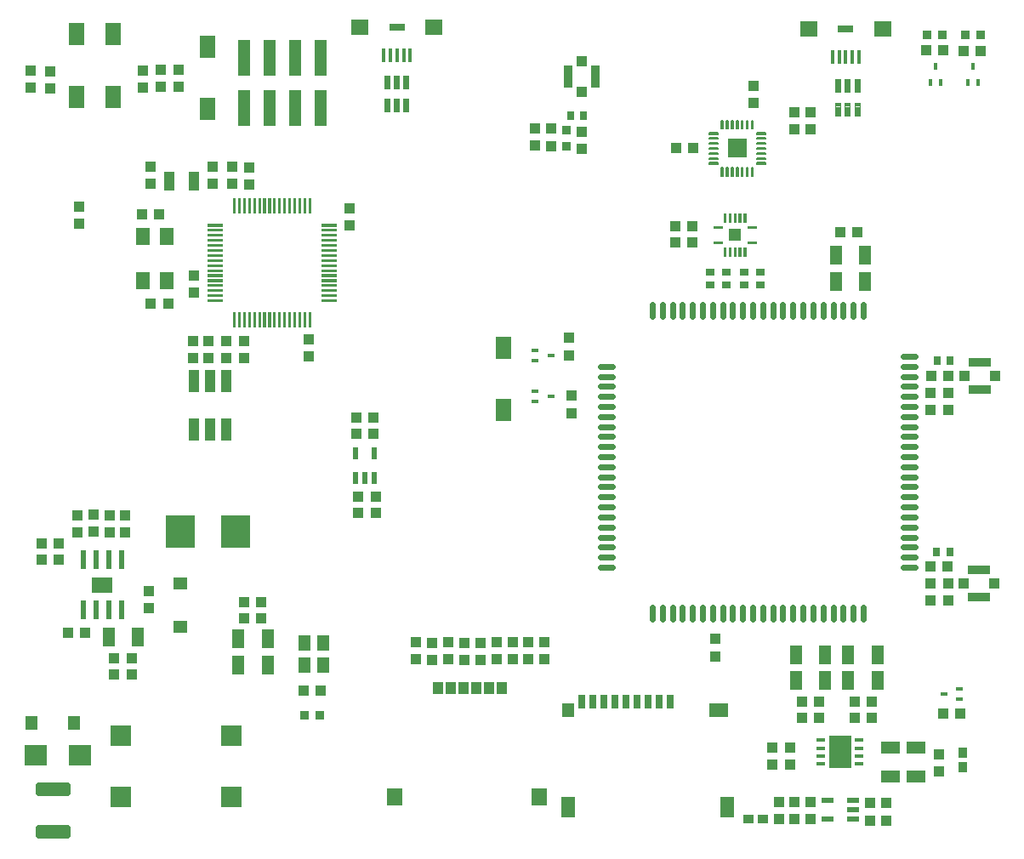
<source format=gbr>
G04 EAGLE Gerber RS-274X export*
G75*
%MOMM*%
%FSLAX34Y34*%
%LPD*%
%INSolderpaste Top*%
%IPPOS*%
%AMOC8*
5,1,8,0,0,1.08239X$1,22.5*%
G01*
%ADD10R,1.290000X1.910000*%
%ADD11R,1.100000X1.000000*%
%ADD12R,1.000000X1.100000*%
%ADD13R,1.470000X1.270000*%
%ADD14R,0.910000X0.930000*%
%ADD15R,1.270000X1.470000*%
%ADD16R,2.250000X2.100000*%
%ADD17C,0.675000*%
%ADD18R,2.000000X2.000000*%
%ADD19R,3.000000X3.200000*%
%ADD20R,1.300000X1.500000*%
%ADD21R,2.081541X1.525125*%
%ADD22R,0.600000X1.970000*%
%ADD23R,0.600000X1.200000*%
%ADD24R,1.270000X3.680000*%
%ADD25C,0.062500*%
%ADD26R,1.600000X2.300000*%
%ADD27R,1.400000X1.800000*%
%ADD28R,1.100000X1.900000*%
%ADD29R,1.100000X2.200000*%
%ADD30R,0.950000X0.350000*%
%ADD31R,2.300000X3.230000*%
%ADD32R,1.910000X1.290000*%
%ADD33R,0.970000X1.000000*%
%ADD34R,0.800000X0.400000*%
%ADD35C,0.600000*%
%ADD36R,1.300000X1.300000*%
%ADD37C,0.065000*%
%ADD38R,0.900000X0.700000*%
%ADD39C,0.090000*%
%ADD40R,0.400000X1.450000*%
%ADD41R,1.800000X1.500000*%
%ADD42R,1.500000X0.700000*%
%ADD43R,1.000000X1.200000*%
%ADD44R,1.500000X1.700000*%
%ADD45R,1.000000X0.970000*%
%ADD46R,0.700000X1.400000*%
%ADD47R,1.400000X2.000000*%
%ADD48R,1.280000X1.400000*%
%ADD49R,1.950000X1.400000*%
%ADD50R,1.200000X0.600000*%
%ADD51R,0.400000X0.800000*%
%ADD52R,0.700000X0.900000*%
%ADD53R,2.200000X0.850000*%
%ADD54R,1.050000X1.000000*%
%ADD55R,0.850000X2.200000*%
%ADD56R,1.000000X1.050000*%
%ADD57R,0.970000X0.900000*%
%ADD58R,1.979791X1.979791*%
%ADD59C,0.130000*%


D10*
X128600Y219000D03*
X99400Y219000D03*
D11*
X122090Y198000D03*
X104910Y198000D03*
X122090Y182000D03*
X104910Y182000D03*
D12*
X139100Y265190D03*
X139100Y248010D03*
D10*
X228400Y191000D03*
X257600Y191000D03*
X228400Y217000D03*
X257600Y217000D03*
D11*
X233910Y238000D03*
X251090Y238000D03*
X233910Y254000D03*
X251090Y254000D03*
D12*
X84000Y341090D03*
X84000Y323910D03*
D13*
X171000Y229500D03*
X171000Y272500D03*
D14*
X309200Y140800D03*
X294000Y140800D03*
D15*
X22140Y133480D03*
X65140Y133480D03*
D16*
X26700Y101100D03*
X70700Y101100D03*
D17*
X30305Y70535D02*
X30305Y63785D01*
X30305Y70535D02*
X57855Y70535D01*
X57855Y63785D01*
X30305Y63785D01*
X30305Y70197D02*
X57855Y70197D01*
X30305Y28575D02*
X30305Y21825D01*
X30305Y28575D02*
X57855Y28575D01*
X57855Y21825D01*
X30305Y21825D01*
X30305Y28237D02*
X57855Y28237D01*
D18*
X111090Y121030D03*
X111090Y59530D03*
X221090Y59530D03*
X221090Y121030D03*
D19*
X170500Y324000D03*
X225500Y324000D03*
D12*
X100000Y323500D03*
X100000Y340500D03*
D20*
X294020Y190950D03*
X313020Y190950D03*
X294020Y212950D03*
X313020Y212950D03*
D11*
X58780Y223260D03*
X75780Y223260D03*
X32500Y312000D03*
X49500Y312000D03*
X32500Y295800D03*
X49500Y295800D03*
D12*
X68000Y340500D03*
X68000Y323500D03*
D11*
X310150Y165400D03*
X293150Y165400D03*
D12*
X116000Y340500D03*
X116000Y323500D03*
D21*
X92992Y271006D03*
D22*
X112050Y295750D03*
X99350Y295750D03*
X86650Y295750D03*
X73950Y295750D03*
X73950Y246250D03*
X86650Y246250D03*
X99350Y246250D03*
X112050Y246250D03*
D23*
X344940Y377330D03*
X354440Y377330D03*
X363940Y377330D03*
X363940Y402330D03*
X344940Y402330D03*
D11*
X365100Y342560D03*
X347920Y342560D03*
X365100Y358560D03*
X347920Y358560D03*
X363100Y421560D03*
X345920Y421560D03*
X363100Y437560D03*
X345920Y437560D03*
D24*
X310440Y795480D03*
X310440Y745980D03*
X285040Y795480D03*
X285040Y745980D03*
X259640Y795480D03*
X259640Y745980D03*
X234240Y795480D03*
X234240Y745980D03*
D12*
X40750Y782300D03*
X40750Y765300D03*
X21340Y782820D03*
X21340Y765640D03*
D25*
X197882Y628342D02*
X211958Y628342D01*
X197882Y628342D02*
X197882Y630218D01*
X211958Y630218D01*
X211958Y628342D01*
X211958Y628936D02*
X197882Y628936D01*
X197882Y629530D02*
X211958Y629530D01*
X211958Y630124D02*
X197882Y630124D01*
X197882Y623342D02*
X211958Y623342D01*
X197882Y623342D02*
X197882Y625218D01*
X211958Y625218D01*
X211958Y623342D01*
X211958Y623936D02*
X197882Y623936D01*
X197882Y624530D02*
X211958Y624530D01*
X211958Y625124D02*
X197882Y625124D01*
X197882Y618342D02*
X211958Y618342D01*
X197882Y618342D02*
X197882Y620218D01*
X211958Y620218D01*
X211958Y618342D01*
X211958Y618936D02*
X197882Y618936D01*
X197882Y619530D02*
X211958Y619530D01*
X211958Y620124D02*
X197882Y620124D01*
X197882Y613342D02*
X211958Y613342D01*
X197882Y613342D02*
X197882Y615218D01*
X211958Y615218D01*
X211958Y613342D01*
X211958Y613936D02*
X197882Y613936D01*
X197882Y614530D02*
X211958Y614530D01*
X211958Y615124D02*
X197882Y615124D01*
X197882Y608342D02*
X211958Y608342D01*
X197882Y608342D02*
X197882Y610218D01*
X211958Y610218D01*
X211958Y608342D01*
X211958Y608936D02*
X197882Y608936D01*
X197882Y609530D02*
X211958Y609530D01*
X211958Y610124D02*
X197882Y610124D01*
X197882Y603342D02*
X211958Y603342D01*
X197882Y603342D02*
X197882Y605218D01*
X211958Y605218D01*
X211958Y603342D01*
X211958Y603936D02*
X197882Y603936D01*
X197882Y604530D02*
X211958Y604530D01*
X211958Y605124D02*
X197882Y605124D01*
X197882Y598342D02*
X211958Y598342D01*
X197882Y598342D02*
X197882Y600218D01*
X211958Y600218D01*
X211958Y598342D01*
X211958Y598936D02*
X197882Y598936D01*
X197882Y599530D02*
X211958Y599530D01*
X211958Y600124D02*
X197882Y600124D01*
X197882Y593342D02*
X211958Y593342D01*
X197882Y593342D02*
X197882Y595218D01*
X211958Y595218D01*
X211958Y593342D01*
X211958Y593936D02*
X197882Y593936D01*
X197882Y594530D02*
X211958Y594530D01*
X211958Y595124D02*
X197882Y595124D01*
X197882Y588342D02*
X211958Y588342D01*
X197882Y588342D02*
X197882Y590218D01*
X211958Y590218D01*
X211958Y588342D01*
X211958Y588936D02*
X197882Y588936D01*
X197882Y589530D02*
X211958Y589530D01*
X211958Y590124D02*
X197882Y590124D01*
X197882Y583342D02*
X211958Y583342D01*
X197882Y583342D02*
X197882Y585218D01*
X211958Y585218D01*
X211958Y583342D01*
X211958Y583936D02*
X197882Y583936D01*
X197882Y584530D02*
X211958Y584530D01*
X211958Y585124D02*
X197882Y585124D01*
X197882Y578342D02*
X211958Y578342D01*
X197882Y578342D02*
X197882Y580218D01*
X211958Y580218D01*
X211958Y578342D01*
X211958Y578936D02*
X197882Y578936D01*
X197882Y579530D02*
X211958Y579530D01*
X211958Y580124D02*
X197882Y580124D01*
X197882Y573342D02*
X211958Y573342D01*
X197882Y573342D02*
X197882Y575218D01*
X211958Y575218D01*
X211958Y573342D01*
X211958Y573936D02*
X197882Y573936D01*
X197882Y574530D02*
X211958Y574530D01*
X211958Y575124D02*
X197882Y575124D01*
X197882Y568342D02*
X211958Y568342D01*
X197882Y568342D02*
X197882Y570218D01*
X211958Y570218D01*
X211958Y568342D01*
X211958Y568936D02*
X197882Y568936D01*
X197882Y569530D02*
X211958Y569530D01*
X211958Y570124D02*
X197882Y570124D01*
X197882Y563342D02*
X211958Y563342D01*
X197882Y563342D02*
X197882Y565218D01*
X211958Y565218D01*
X211958Y563342D01*
X211958Y563936D02*
X197882Y563936D01*
X197882Y564530D02*
X211958Y564530D01*
X211958Y565124D02*
X197882Y565124D01*
X197882Y558342D02*
X211958Y558342D01*
X197882Y558342D02*
X197882Y560218D01*
X211958Y560218D01*
X211958Y558342D01*
X211958Y558936D02*
X197882Y558936D01*
X197882Y559530D02*
X211958Y559530D01*
X211958Y560124D02*
X197882Y560124D01*
X197882Y553342D02*
X211958Y553342D01*
X197882Y553342D02*
X197882Y555218D01*
X211958Y555218D01*
X211958Y553342D01*
X211958Y553936D02*
X197882Y553936D01*
X197882Y554530D02*
X211958Y554530D01*
X211958Y555124D02*
X197882Y555124D01*
X225058Y542118D02*
X225058Y528042D01*
X223182Y528042D01*
X223182Y542118D01*
X225058Y542118D01*
X225058Y528636D02*
X223182Y528636D01*
X223182Y529230D02*
X225058Y529230D01*
X225058Y529824D02*
X223182Y529824D01*
X223182Y530418D02*
X225058Y530418D01*
X225058Y531012D02*
X223182Y531012D01*
X223182Y531606D02*
X225058Y531606D01*
X225058Y532200D02*
X223182Y532200D01*
X223182Y532794D02*
X225058Y532794D01*
X225058Y533388D02*
X223182Y533388D01*
X223182Y533982D02*
X225058Y533982D01*
X225058Y534576D02*
X223182Y534576D01*
X223182Y535170D02*
X225058Y535170D01*
X225058Y535764D02*
X223182Y535764D01*
X223182Y536358D02*
X225058Y536358D01*
X225058Y536952D02*
X223182Y536952D01*
X223182Y537546D02*
X225058Y537546D01*
X225058Y538140D02*
X223182Y538140D01*
X223182Y538734D02*
X225058Y538734D01*
X225058Y539328D02*
X223182Y539328D01*
X223182Y539922D02*
X225058Y539922D01*
X225058Y540516D02*
X223182Y540516D01*
X223182Y541110D02*
X225058Y541110D01*
X225058Y541704D02*
X223182Y541704D01*
X230058Y542118D02*
X230058Y528042D01*
X228182Y528042D01*
X228182Y542118D01*
X230058Y542118D01*
X230058Y528636D02*
X228182Y528636D01*
X228182Y529230D02*
X230058Y529230D01*
X230058Y529824D02*
X228182Y529824D01*
X228182Y530418D02*
X230058Y530418D01*
X230058Y531012D02*
X228182Y531012D01*
X228182Y531606D02*
X230058Y531606D01*
X230058Y532200D02*
X228182Y532200D01*
X228182Y532794D02*
X230058Y532794D01*
X230058Y533388D02*
X228182Y533388D01*
X228182Y533982D02*
X230058Y533982D01*
X230058Y534576D02*
X228182Y534576D01*
X228182Y535170D02*
X230058Y535170D01*
X230058Y535764D02*
X228182Y535764D01*
X228182Y536358D02*
X230058Y536358D01*
X230058Y536952D02*
X228182Y536952D01*
X228182Y537546D02*
X230058Y537546D01*
X230058Y538140D02*
X228182Y538140D01*
X228182Y538734D02*
X230058Y538734D01*
X230058Y539328D02*
X228182Y539328D01*
X228182Y539922D02*
X230058Y539922D01*
X230058Y540516D02*
X228182Y540516D01*
X228182Y541110D02*
X230058Y541110D01*
X230058Y541704D02*
X228182Y541704D01*
X235058Y542118D02*
X235058Y528042D01*
X233182Y528042D01*
X233182Y542118D01*
X235058Y542118D01*
X235058Y528636D02*
X233182Y528636D01*
X233182Y529230D02*
X235058Y529230D01*
X235058Y529824D02*
X233182Y529824D01*
X233182Y530418D02*
X235058Y530418D01*
X235058Y531012D02*
X233182Y531012D01*
X233182Y531606D02*
X235058Y531606D01*
X235058Y532200D02*
X233182Y532200D01*
X233182Y532794D02*
X235058Y532794D01*
X235058Y533388D02*
X233182Y533388D01*
X233182Y533982D02*
X235058Y533982D01*
X235058Y534576D02*
X233182Y534576D01*
X233182Y535170D02*
X235058Y535170D01*
X235058Y535764D02*
X233182Y535764D01*
X233182Y536358D02*
X235058Y536358D01*
X235058Y536952D02*
X233182Y536952D01*
X233182Y537546D02*
X235058Y537546D01*
X235058Y538140D02*
X233182Y538140D01*
X233182Y538734D02*
X235058Y538734D01*
X235058Y539328D02*
X233182Y539328D01*
X233182Y539922D02*
X235058Y539922D01*
X235058Y540516D02*
X233182Y540516D01*
X233182Y541110D02*
X235058Y541110D01*
X235058Y541704D02*
X233182Y541704D01*
X240058Y542118D02*
X240058Y528042D01*
X238182Y528042D01*
X238182Y542118D01*
X240058Y542118D01*
X240058Y528636D02*
X238182Y528636D01*
X238182Y529230D02*
X240058Y529230D01*
X240058Y529824D02*
X238182Y529824D01*
X238182Y530418D02*
X240058Y530418D01*
X240058Y531012D02*
X238182Y531012D01*
X238182Y531606D02*
X240058Y531606D01*
X240058Y532200D02*
X238182Y532200D01*
X238182Y532794D02*
X240058Y532794D01*
X240058Y533388D02*
X238182Y533388D01*
X238182Y533982D02*
X240058Y533982D01*
X240058Y534576D02*
X238182Y534576D01*
X238182Y535170D02*
X240058Y535170D01*
X240058Y535764D02*
X238182Y535764D01*
X238182Y536358D02*
X240058Y536358D01*
X240058Y536952D02*
X238182Y536952D01*
X238182Y537546D02*
X240058Y537546D01*
X240058Y538140D02*
X238182Y538140D01*
X238182Y538734D02*
X240058Y538734D01*
X240058Y539328D02*
X238182Y539328D01*
X238182Y539922D02*
X240058Y539922D01*
X240058Y540516D02*
X238182Y540516D01*
X238182Y541110D02*
X240058Y541110D01*
X240058Y541704D02*
X238182Y541704D01*
X245058Y542118D02*
X245058Y528042D01*
X243182Y528042D01*
X243182Y542118D01*
X245058Y542118D01*
X245058Y528636D02*
X243182Y528636D01*
X243182Y529230D02*
X245058Y529230D01*
X245058Y529824D02*
X243182Y529824D01*
X243182Y530418D02*
X245058Y530418D01*
X245058Y531012D02*
X243182Y531012D01*
X243182Y531606D02*
X245058Y531606D01*
X245058Y532200D02*
X243182Y532200D01*
X243182Y532794D02*
X245058Y532794D01*
X245058Y533388D02*
X243182Y533388D01*
X243182Y533982D02*
X245058Y533982D01*
X245058Y534576D02*
X243182Y534576D01*
X243182Y535170D02*
X245058Y535170D01*
X245058Y535764D02*
X243182Y535764D01*
X243182Y536358D02*
X245058Y536358D01*
X245058Y536952D02*
X243182Y536952D01*
X243182Y537546D02*
X245058Y537546D01*
X245058Y538140D02*
X243182Y538140D01*
X243182Y538734D02*
X245058Y538734D01*
X245058Y539328D02*
X243182Y539328D01*
X243182Y539922D02*
X245058Y539922D01*
X245058Y540516D02*
X243182Y540516D01*
X243182Y541110D02*
X245058Y541110D01*
X245058Y541704D02*
X243182Y541704D01*
X250058Y542118D02*
X250058Y528042D01*
X248182Y528042D01*
X248182Y542118D01*
X250058Y542118D01*
X250058Y528636D02*
X248182Y528636D01*
X248182Y529230D02*
X250058Y529230D01*
X250058Y529824D02*
X248182Y529824D01*
X248182Y530418D02*
X250058Y530418D01*
X250058Y531012D02*
X248182Y531012D01*
X248182Y531606D02*
X250058Y531606D01*
X250058Y532200D02*
X248182Y532200D01*
X248182Y532794D02*
X250058Y532794D01*
X250058Y533388D02*
X248182Y533388D01*
X248182Y533982D02*
X250058Y533982D01*
X250058Y534576D02*
X248182Y534576D01*
X248182Y535170D02*
X250058Y535170D01*
X250058Y535764D02*
X248182Y535764D01*
X248182Y536358D02*
X250058Y536358D01*
X250058Y536952D02*
X248182Y536952D01*
X248182Y537546D02*
X250058Y537546D01*
X250058Y538140D02*
X248182Y538140D01*
X248182Y538734D02*
X250058Y538734D01*
X250058Y539328D02*
X248182Y539328D01*
X248182Y539922D02*
X250058Y539922D01*
X250058Y540516D02*
X248182Y540516D01*
X248182Y541110D02*
X250058Y541110D01*
X250058Y541704D02*
X248182Y541704D01*
X255058Y542118D02*
X255058Y528042D01*
X253182Y528042D01*
X253182Y542118D01*
X255058Y542118D01*
X255058Y528636D02*
X253182Y528636D01*
X253182Y529230D02*
X255058Y529230D01*
X255058Y529824D02*
X253182Y529824D01*
X253182Y530418D02*
X255058Y530418D01*
X255058Y531012D02*
X253182Y531012D01*
X253182Y531606D02*
X255058Y531606D01*
X255058Y532200D02*
X253182Y532200D01*
X253182Y532794D02*
X255058Y532794D01*
X255058Y533388D02*
X253182Y533388D01*
X253182Y533982D02*
X255058Y533982D01*
X255058Y534576D02*
X253182Y534576D01*
X253182Y535170D02*
X255058Y535170D01*
X255058Y535764D02*
X253182Y535764D01*
X253182Y536358D02*
X255058Y536358D01*
X255058Y536952D02*
X253182Y536952D01*
X253182Y537546D02*
X255058Y537546D01*
X255058Y538140D02*
X253182Y538140D01*
X253182Y538734D02*
X255058Y538734D01*
X255058Y539328D02*
X253182Y539328D01*
X253182Y539922D02*
X255058Y539922D01*
X255058Y540516D02*
X253182Y540516D01*
X253182Y541110D02*
X255058Y541110D01*
X255058Y541704D02*
X253182Y541704D01*
X260058Y542118D02*
X260058Y528042D01*
X258182Y528042D01*
X258182Y542118D01*
X260058Y542118D01*
X260058Y528636D02*
X258182Y528636D01*
X258182Y529230D02*
X260058Y529230D01*
X260058Y529824D02*
X258182Y529824D01*
X258182Y530418D02*
X260058Y530418D01*
X260058Y531012D02*
X258182Y531012D01*
X258182Y531606D02*
X260058Y531606D01*
X260058Y532200D02*
X258182Y532200D01*
X258182Y532794D02*
X260058Y532794D01*
X260058Y533388D02*
X258182Y533388D01*
X258182Y533982D02*
X260058Y533982D01*
X260058Y534576D02*
X258182Y534576D01*
X258182Y535170D02*
X260058Y535170D01*
X260058Y535764D02*
X258182Y535764D01*
X258182Y536358D02*
X260058Y536358D01*
X260058Y536952D02*
X258182Y536952D01*
X258182Y537546D02*
X260058Y537546D01*
X260058Y538140D02*
X258182Y538140D01*
X258182Y538734D02*
X260058Y538734D01*
X260058Y539328D02*
X258182Y539328D01*
X258182Y539922D02*
X260058Y539922D01*
X260058Y540516D02*
X258182Y540516D01*
X258182Y541110D02*
X260058Y541110D01*
X260058Y541704D02*
X258182Y541704D01*
X265058Y542118D02*
X265058Y528042D01*
X263182Y528042D01*
X263182Y542118D01*
X265058Y542118D01*
X265058Y528636D02*
X263182Y528636D01*
X263182Y529230D02*
X265058Y529230D01*
X265058Y529824D02*
X263182Y529824D01*
X263182Y530418D02*
X265058Y530418D01*
X265058Y531012D02*
X263182Y531012D01*
X263182Y531606D02*
X265058Y531606D01*
X265058Y532200D02*
X263182Y532200D01*
X263182Y532794D02*
X265058Y532794D01*
X265058Y533388D02*
X263182Y533388D01*
X263182Y533982D02*
X265058Y533982D01*
X265058Y534576D02*
X263182Y534576D01*
X263182Y535170D02*
X265058Y535170D01*
X265058Y535764D02*
X263182Y535764D01*
X263182Y536358D02*
X265058Y536358D01*
X265058Y536952D02*
X263182Y536952D01*
X263182Y537546D02*
X265058Y537546D01*
X265058Y538140D02*
X263182Y538140D01*
X263182Y538734D02*
X265058Y538734D01*
X265058Y539328D02*
X263182Y539328D01*
X263182Y539922D02*
X265058Y539922D01*
X265058Y540516D02*
X263182Y540516D01*
X263182Y541110D02*
X265058Y541110D01*
X265058Y541704D02*
X263182Y541704D01*
X270058Y542118D02*
X270058Y528042D01*
X268182Y528042D01*
X268182Y542118D01*
X270058Y542118D01*
X270058Y528636D02*
X268182Y528636D01*
X268182Y529230D02*
X270058Y529230D01*
X270058Y529824D02*
X268182Y529824D01*
X268182Y530418D02*
X270058Y530418D01*
X270058Y531012D02*
X268182Y531012D01*
X268182Y531606D02*
X270058Y531606D01*
X270058Y532200D02*
X268182Y532200D01*
X268182Y532794D02*
X270058Y532794D01*
X270058Y533388D02*
X268182Y533388D01*
X268182Y533982D02*
X270058Y533982D01*
X270058Y534576D02*
X268182Y534576D01*
X268182Y535170D02*
X270058Y535170D01*
X270058Y535764D02*
X268182Y535764D01*
X268182Y536358D02*
X270058Y536358D01*
X270058Y536952D02*
X268182Y536952D01*
X268182Y537546D02*
X270058Y537546D01*
X270058Y538140D02*
X268182Y538140D01*
X268182Y538734D02*
X270058Y538734D01*
X270058Y539328D02*
X268182Y539328D01*
X268182Y539922D02*
X270058Y539922D01*
X270058Y540516D02*
X268182Y540516D01*
X268182Y541110D02*
X270058Y541110D01*
X270058Y541704D02*
X268182Y541704D01*
X275058Y542118D02*
X275058Y528042D01*
X273182Y528042D01*
X273182Y542118D01*
X275058Y542118D01*
X275058Y528636D02*
X273182Y528636D01*
X273182Y529230D02*
X275058Y529230D01*
X275058Y529824D02*
X273182Y529824D01*
X273182Y530418D02*
X275058Y530418D01*
X275058Y531012D02*
X273182Y531012D01*
X273182Y531606D02*
X275058Y531606D01*
X275058Y532200D02*
X273182Y532200D01*
X273182Y532794D02*
X275058Y532794D01*
X275058Y533388D02*
X273182Y533388D01*
X273182Y533982D02*
X275058Y533982D01*
X275058Y534576D02*
X273182Y534576D01*
X273182Y535170D02*
X275058Y535170D01*
X275058Y535764D02*
X273182Y535764D01*
X273182Y536358D02*
X275058Y536358D01*
X275058Y536952D02*
X273182Y536952D01*
X273182Y537546D02*
X275058Y537546D01*
X275058Y538140D02*
X273182Y538140D01*
X273182Y538734D02*
X275058Y538734D01*
X275058Y539328D02*
X273182Y539328D01*
X273182Y539922D02*
X275058Y539922D01*
X275058Y540516D02*
X273182Y540516D01*
X273182Y541110D02*
X275058Y541110D01*
X275058Y541704D02*
X273182Y541704D01*
X280058Y542118D02*
X280058Y528042D01*
X278182Y528042D01*
X278182Y542118D01*
X280058Y542118D01*
X280058Y528636D02*
X278182Y528636D01*
X278182Y529230D02*
X280058Y529230D01*
X280058Y529824D02*
X278182Y529824D01*
X278182Y530418D02*
X280058Y530418D01*
X280058Y531012D02*
X278182Y531012D01*
X278182Y531606D02*
X280058Y531606D01*
X280058Y532200D02*
X278182Y532200D01*
X278182Y532794D02*
X280058Y532794D01*
X280058Y533388D02*
X278182Y533388D01*
X278182Y533982D02*
X280058Y533982D01*
X280058Y534576D02*
X278182Y534576D01*
X278182Y535170D02*
X280058Y535170D01*
X280058Y535764D02*
X278182Y535764D01*
X278182Y536358D02*
X280058Y536358D01*
X280058Y536952D02*
X278182Y536952D01*
X278182Y537546D02*
X280058Y537546D01*
X280058Y538140D02*
X278182Y538140D01*
X278182Y538734D02*
X280058Y538734D01*
X280058Y539328D02*
X278182Y539328D01*
X278182Y539922D02*
X280058Y539922D01*
X280058Y540516D02*
X278182Y540516D01*
X278182Y541110D02*
X280058Y541110D01*
X280058Y541704D02*
X278182Y541704D01*
X285058Y542118D02*
X285058Y528042D01*
X283182Y528042D01*
X283182Y542118D01*
X285058Y542118D01*
X285058Y528636D02*
X283182Y528636D01*
X283182Y529230D02*
X285058Y529230D01*
X285058Y529824D02*
X283182Y529824D01*
X283182Y530418D02*
X285058Y530418D01*
X285058Y531012D02*
X283182Y531012D01*
X283182Y531606D02*
X285058Y531606D01*
X285058Y532200D02*
X283182Y532200D01*
X283182Y532794D02*
X285058Y532794D01*
X285058Y533388D02*
X283182Y533388D01*
X283182Y533982D02*
X285058Y533982D01*
X285058Y534576D02*
X283182Y534576D01*
X283182Y535170D02*
X285058Y535170D01*
X285058Y535764D02*
X283182Y535764D01*
X283182Y536358D02*
X285058Y536358D01*
X285058Y536952D02*
X283182Y536952D01*
X283182Y537546D02*
X285058Y537546D01*
X285058Y538140D02*
X283182Y538140D01*
X283182Y538734D02*
X285058Y538734D01*
X285058Y539328D02*
X283182Y539328D01*
X283182Y539922D02*
X285058Y539922D01*
X285058Y540516D02*
X283182Y540516D01*
X283182Y541110D02*
X285058Y541110D01*
X285058Y541704D02*
X283182Y541704D01*
X290058Y542118D02*
X290058Y528042D01*
X288182Y528042D01*
X288182Y542118D01*
X290058Y542118D01*
X290058Y528636D02*
X288182Y528636D01*
X288182Y529230D02*
X290058Y529230D01*
X290058Y529824D02*
X288182Y529824D01*
X288182Y530418D02*
X290058Y530418D01*
X290058Y531012D02*
X288182Y531012D01*
X288182Y531606D02*
X290058Y531606D01*
X290058Y532200D02*
X288182Y532200D01*
X288182Y532794D02*
X290058Y532794D01*
X290058Y533388D02*
X288182Y533388D01*
X288182Y533982D02*
X290058Y533982D01*
X290058Y534576D02*
X288182Y534576D01*
X288182Y535170D02*
X290058Y535170D01*
X290058Y535764D02*
X288182Y535764D01*
X288182Y536358D02*
X290058Y536358D01*
X290058Y536952D02*
X288182Y536952D01*
X288182Y537546D02*
X290058Y537546D01*
X290058Y538140D02*
X288182Y538140D01*
X288182Y538734D02*
X290058Y538734D01*
X290058Y539328D02*
X288182Y539328D01*
X288182Y539922D02*
X290058Y539922D01*
X290058Y540516D02*
X288182Y540516D01*
X288182Y541110D02*
X290058Y541110D01*
X290058Y541704D02*
X288182Y541704D01*
X295058Y542118D02*
X295058Y528042D01*
X293182Y528042D01*
X293182Y542118D01*
X295058Y542118D01*
X295058Y528636D02*
X293182Y528636D01*
X293182Y529230D02*
X295058Y529230D01*
X295058Y529824D02*
X293182Y529824D01*
X293182Y530418D02*
X295058Y530418D01*
X295058Y531012D02*
X293182Y531012D01*
X293182Y531606D02*
X295058Y531606D01*
X295058Y532200D02*
X293182Y532200D01*
X293182Y532794D02*
X295058Y532794D01*
X295058Y533388D02*
X293182Y533388D01*
X293182Y533982D02*
X295058Y533982D01*
X295058Y534576D02*
X293182Y534576D01*
X293182Y535170D02*
X295058Y535170D01*
X295058Y535764D02*
X293182Y535764D01*
X293182Y536358D02*
X295058Y536358D01*
X295058Y536952D02*
X293182Y536952D01*
X293182Y537546D02*
X295058Y537546D01*
X295058Y538140D02*
X293182Y538140D01*
X293182Y538734D02*
X295058Y538734D01*
X295058Y539328D02*
X293182Y539328D01*
X293182Y539922D02*
X295058Y539922D01*
X295058Y540516D02*
X293182Y540516D01*
X293182Y541110D02*
X295058Y541110D01*
X295058Y541704D02*
X293182Y541704D01*
X300058Y542118D02*
X300058Y528042D01*
X298182Y528042D01*
X298182Y542118D01*
X300058Y542118D01*
X300058Y528636D02*
X298182Y528636D01*
X298182Y529230D02*
X300058Y529230D01*
X300058Y529824D02*
X298182Y529824D01*
X298182Y530418D02*
X300058Y530418D01*
X300058Y531012D02*
X298182Y531012D01*
X298182Y531606D02*
X300058Y531606D01*
X300058Y532200D02*
X298182Y532200D01*
X298182Y532794D02*
X300058Y532794D01*
X300058Y533388D02*
X298182Y533388D01*
X298182Y533982D02*
X300058Y533982D01*
X300058Y534576D02*
X298182Y534576D01*
X298182Y535170D02*
X300058Y535170D01*
X300058Y535764D02*
X298182Y535764D01*
X298182Y536358D02*
X300058Y536358D01*
X300058Y536952D02*
X298182Y536952D01*
X298182Y537546D02*
X300058Y537546D01*
X300058Y538140D02*
X298182Y538140D01*
X298182Y538734D02*
X300058Y538734D01*
X300058Y539328D02*
X298182Y539328D01*
X298182Y539922D02*
X300058Y539922D01*
X300058Y540516D02*
X298182Y540516D01*
X298182Y541110D02*
X300058Y541110D01*
X300058Y541704D02*
X298182Y541704D01*
X311282Y553342D02*
X325358Y553342D01*
X311282Y553342D02*
X311282Y555218D01*
X325358Y555218D01*
X325358Y553342D01*
X325358Y553936D02*
X311282Y553936D01*
X311282Y554530D02*
X325358Y554530D01*
X325358Y555124D02*
X311282Y555124D01*
X311282Y558342D02*
X325358Y558342D01*
X311282Y558342D02*
X311282Y560218D01*
X325358Y560218D01*
X325358Y558342D01*
X325358Y558936D02*
X311282Y558936D01*
X311282Y559530D02*
X325358Y559530D01*
X325358Y560124D02*
X311282Y560124D01*
X311282Y563342D02*
X325358Y563342D01*
X311282Y563342D02*
X311282Y565218D01*
X325358Y565218D01*
X325358Y563342D01*
X325358Y563936D02*
X311282Y563936D01*
X311282Y564530D02*
X325358Y564530D01*
X325358Y565124D02*
X311282Y565124D01*
X311282Y568342D02*
X325358Y568342D01*
X311282Y568342D02*
X311282Y570218D01*
X325358Y570218D01*
X325358Y568342D01*
X325358Y568936D02*
X311282Y568936D01*
X311282Y569530D02*
X325358Y569530D01*
X325358Y570124D02*
X311282Y570124D01*
X311282Y573342D02*
X325358Y573342D01*
X311282Y573342D02*
X311282Y575218D01*
X325358Y575218D01*
X325358Y573342D01*
X325358Y573936D02*
X311282Y573936D01*
X311282Y574530D02*
X325358Y574530D01*
X325358Y575124D02*
X311282Y575124D01*
X311282Y578342D02*
X325358Y578342D01*
X311282Y578342D02*
X311282Y580218D01*
X325358Y580218D01*
X325358Y578342D01*
X325358Y578936D02*
X311282Y578936D01*
X311282Y579530D02*
X325358Y579530D01*
X325358Y580124D02*
X311282Y580124D01*
X311282Y583342D02*
X325358Y583342D01*
X311282Y583342D02*
X311282Y585218D01*
X325358Y585218D01*
X325358Y583342D01*
X325358Y583936D02*
X311282Y583936D01*
X311282Y584530D02*
X325358Y584530D01*
X325358Y585124D02*
X311282Y585124D01*
X311282Y588342D02*
X325358Y588342D01*
X311282Y588342D02*
X311282Y590218D01*
X325358Y590218D01*
X325358Y588342D01*
X325358Y588936D02*
X311282Y588936D01*
X311282Y589530D02*
X325358Y589530D01*
X325358Y590124D02*
X311282Y590124D01*
X311282Y593342D02*
X325358Y593342D01*
X311282Y593342D02*
X311282Y595218D01*
X325358Y595218D01*
X325358Y593342D01*
X325358Y593936D02*
X311282Y593936D01*
X311282Y594530D02*
X325358Y594530D01*
X325358Y595124D02*
X311282Y595124D01*
X311282Y598342D02*
X325358Y598342D01*
X311282Y598342D02*
X311282Y600218D01*
X325358Y600218D01*
X325358Y598342D01*
X325358Y598936D02*
X311282Y598936D01*
X311282Y599530D02*
X325358Y599530D01*
X325358Y600124D02*
X311282Y600124D01*
X311282Y603342D02*
X325358Y603342D01*
X311282Y603342D02*
X311282Y605218D01*
X325358Y605218D01*
X325358Y603342D01*
X325358Y603936D02*
X311282Y603936D01*
X311282Y604530D02*
X325358Y604530D01*
X325358Y605124D02*
X311282Y605124D01*
X311282Y608342D02*
X325358Y608342D01*
X311282Y608342D02*
X311282Y610218D01*
X325358Y610218D01*
X325358Y608342D01*
X325358Y608936D02*
X311282Y608936D01*
X311282Y609530D02*
X325358Y609530D01*
X325358Y610124D02*
X311282Y610124D01*
X311282Y613342D02*
X325358Y613342D01*
X311282Y613342D02*
X311282Y615218D01*
X325358Y615218D01*
X325358Y613342D01*
X325358Y613936D02*
X311282Y613936D01*
X311282Y614530D02*
X325358Y614530D01*
X325358Y615124D02*
X311282Y615124D01*
X311282Y618342D02*
X325358Y618342D01*
X311282Y618342D02*
X311282Y620218D01*
X325358Y620218D01*
X325358Y618342D01*
X325358Y618936D02*
X311282Y618936D01*
X311282Y619530D02*
X325358Y619530D01*
X325358Y620124D02*
X311282Y620124D01*
X311282Y623342D02*
X325358Y623342D01*
X311282Y623342D02*
X311282Y625218D01*
X325358Y625218D01*
X325358Y623342D01*
X325358Y623936D02*
X311282Y623936D01*
X311282Y624530D02*
X325358Y624530D01*
X325358Y625124D02*
X311282Y625124D01*
X311282Y628342D02*
X325358Y628342D01*
X311282Y628342D02*
X311282Y630218D01*
X325358Y630218D01*
X325358Y628342D01*
X325358Y628936D02*
X311282Y628936D01*
X311282Y629530D02*
X325358Y629530D01*
X325358Y630124D02*
X311282Y630124D01*
X300058Y641442D02*
X300058Y655518D01*
X300058Y641442D02*
X298182Y641442D01*
X298182Y655518D01*
X300058Y655518D01*
X300058Y642036D02*
X298182Y642036D01*
X298182Y642630D02*
X300058Y642630D01*
X300058Y643224D02*
X298182Y643224D01*
X298182Y643818D02*
X300058Y643818D01*
X300058Y644412D02*
X298182Y644412D01*
X298182Y645006D02*
X300058Y645006D01*
X300058Y645600D02*
X298182Y645600D01*
X298182Y646194D02*
X300058Y646194D01*
X300058Y646788D02*
X298182Y646788D01*
X298182Y647382D02*
X300058Y647382D01*
X300058Y647976D02*
X298182Y647976D01*
X298182Y648570D02*
X300058Y648570D01*
X300058Y649164D02*
X298182Y649164D01*
X298182Y649758D02*
X300058Y649758D01*
X300058Y650352D02*
X298182Y650352D01*
X298182Y650946D02*
X300058Y650946D01*
X300058Y651540D02*
X298182Y651540D01*
X298182Y652134D02*
X300058Y652134D01*
X300058Y652728D02*
X298182Y652728D01*
X298182Y653322D02*
X300058Y653322D01*
X300058Y653916D02*
X298182Y653916D01*
X298182Y654510D02*
X300058Y654510D01*
X300058Y655104D02*
X298182Y655104D01*
X295058Y655518D02*
X295058Y641442D01*
X293182Y641442D01*
X293182Y655518D01*
X295058Y655518D01*
X295058Y642036D02*
X293182Y642036D01*
X293182Y642630D02*
X295058Y642630D01*
X295058Y643224D02*
X293182Y643224D01*
X293182Y643818D02*
X295058Y643818D01*
X295058Y644412D02*
X293182Y644412D01*
X293182Y645006D02*
X295058Y645006D01*
X295058Y645600D02*
X293182Y645600D01*
X293182Y646194D02*
X295058Y646194D01*
X295058Y646788D02*
X293182Y646788D01*
X293182Y647382D02*
X295058Y647382D01*
X295058Y647976D02*
X293182Y647976D01*
X293182Y648570D02*
X295058Y648570D01*
X295058Y649164D02*
X293182Y649164D01*
X293182Y649758D02*
X295058Y649758D01*
X295058Y650352D02*
X293182Y650352D01*
X293182Y650946D02*
X295058Y650946D01*
X295058Y651540D02*
X293182Y651540D01*
X293182Y652134D02*
X295058Y652134D01*
X295058Y652728D02*
X293182Y652728D01*
X293182Y653322D02*
X295058Y653322D01*
X295058Y653916D02*
X293182Y653916D01*
X293182Y654510D02*
X295058Y654510D01*
X295058Y655104D02*
X293182Y655104D01*
X290058Y655518D02*
X290058Y641442D01*
X288182Y641442D01*
X288182Y655518D01*
X290058Y655518D01*
X290058Y642036D02*
X288182Y642036D01*
X288182Y642630D02*
X290058Y642630D01*
X290058Y643224D02*
X288182Y643224D01*
X288182Y643818D02*
X290058Y643818D01*
X290058Y644412D02*
X288182Y644412D01*
X288182Y645006D02*
X290058Y645006D01*
X290058Y645600D02*
X288182Y645600D01*
X288182Y646194D02*
X290058Y646194D01*
X290058Y646788D02*
X288182Y646788D01*
X288182Y647382D02*
X290058Y647382D01*
X290058Y647976D02*
X288182Y647976D01*
X288182Y648570D02*
X290058Y648570D01*
X290058Y649164D02*
X288182Y649164D01*
X288182Y649758D02*
X290058Y649758D01*
X290058Y650352D02*
X288182Y650352D01*
X288182Y650946D02*
X290058Y650946D01*
X290058Y651540D02*
X288182Y651540D01*
X288182Y652134D02*
X290058Y652134D01*
X290058Y652728D02*
X288182Y652728D01*
X288182Y653322D02*
X290058Y653322D01*
X290058Y653916D02*
X288182Y653916D01*
X288182Y654510D02*
X290058Y654510D01*
X290058Y655104D02*
X288182Y655104D01*
X285058Y655518D02*
X285058Y641442D01*
X283182Y641442D01*
X283182Y655518D01*
X285058Y655518D01*
X285058Y642036D02*
X283182Y642036D01*
X283182Y642630D02*
X285058Y642630D01*
X285058Y643224D02*
X283182Y643224D01*
X283182Y643818D02*
X285058Y643818D01*
X285058Y644412D02*
X283182Y644412D01*
X283182Y645006D02*
X285058Y645006D01*
X285058Y645600D02*
X283182Y645600D01*
X283182Y646194D02*
X285058Y646194D01*
X285058Y646788D02*
X283182Y646788D01*
X283182Y647382D02*
X285058Y647382D01*
X285058Y647976D02*
X283182Y647976D01*
X283182Y648570D02*
X285058Y648570D01*
X285058Y649164D02*
X283182Y649164D01*
X283182Y649758D02*
X285058Y649758D01*
X285058Y650352D02*
X283182Y650352D01*
X283182Y650946D02*
X285058Y650946D01*
X285058Y651540D02*
X283182Y651540D01*
X283182Y652134D02*
X285058Y652134D01*
X285058Y652728D02*
X283182Y652728D01*
X283182Y653322D02*
X285058Y653322D01*
X285058Y653916D02*
X283182Y653916D01*
X283182Y654510D02*
X285058Y654510D01*
X285058Y655104D02*
X283182Y655104D01*
X280058Y655518D02*
X280058Y641442D01*
X278182Y641442D01*
X278182Y655518D01*
X280058Y655518D01*
X280058Y642036D02*
X278182Y642036D01*
X278182Y642630D02*
X280058Y642630D01*
X280058Y643224D02*
X278182Y643224D01*
X278182Y643818D02*
X280058Y643818D01*
X280058Y644412D02*
X278182Y644412D01*
X278182Y645006D02*
X280058Y645006D01*
X280058Y645600D02*
X278182Y645600D01*
X278182Y646194D02*
X280058Y646194D01*
X280058Y646788D02*
X278182Y646788D01*
X278182Y647382D02*
X280058Y647382D01*
X280058Y647976D02*
X278182Y647976D01*
X278182Y648570D02*
X280058Y648570D01*
X280058Y649164D02*
X278182Y649164D01*
X278182Y649758D02*
X280058Y649758D01*
X280058Y650352D02*
X278182Y650352D01*
X278182Y650946D02*
X280058Y650946D01*
X280058Y651540D02*
X278182Y651540D01*
X278182Y652134D02*
X280058Y652134D01*
X280058Y652728D02*
X278182Y652728D01*
X278182Y653322D02*
X280058Y653322D01*
X280058Y653916D02*
X278182Y653916D01*
X278182Y654510D02*
X280058Y654510D01*
X280058Y655104D02*
X278182Y655104D01*
X275058Y655518D02*
X275058Y641442D01*
X273182Y641442D01*
X273182Y655518D01*
X275058Y655518D01*
X275058Y642036D02*
X273182Y642036D01*
X273182Y642630D02*
X275058Y642630D01*
X275058Y643224D02*
X273182Y643224D01*
X273182Y643818D02*
X275058Y643818D01*
X275058Y644412D02*
X273182Y644412D01*
X273182Y645006D02*
X275058Y645006D01*
X275058Y645600D02*
X273182Y645600D01*
X273182Y646194D02*
X275058Y646194D01*
X275058Y646788D02*
X273182Y646788D01*
X273182Y647382D02*
X275058Y647382D01*
X275058Y647976D02*
X273182Y647976D01*
X273182Y648570D02*
X275058Y648570D01*
X275058Y649164D02*
X273182Y649164D01*
X273182Y649758D02*
X275058Y649758D01*
X275058Y650352D02*
X273182Y650352D01*
X273182Y650946D02*
X275058Y650946D01*
X275058Y651540D02*
X273182Y651540D01*
X273182Y652134D02*
X275058Y652134D01*
X275058Y652728D02*
X273182Y652728D01*
X273182Y653322D02*
X275058Y653322D01*
X275058Y653916D02*
X273182Y653916D01*
X273182Y654510D02*
X275058Y654510D01*
X275058Y655104D02*
X273182Y655104D01*
X270058Y655518D02*
X270058Y641442D01*
X268182Y641442D01*
X268182Y655518D01*
X270058Y655518D01*
X270058Y642036D02*
X268182Y642036D01*
X268182Y642630D02*
X270058Y642630D01*
X270058Y643224D02*
X268182Y643224D01*
X268182Y643818D02*
X270058Y643818D01*
X270058Y644412D02*
X268182Y644412D01*
X268182Y645006D02*
X270058Y645006D01*
X270058Y645600D02*
X268182Y645600D01*
X268182Y646194D02*
X270058Y646194D01*
X270058Y646788D02*
X268182Y646788D01*
X268182Y647382D02*
X270058Y647382D01*
X270058Y647976D02*
X268182Y647976D01*
X268182Y648570D02*
X270058Y648570D01*
X270058Y649164D02*
X268182Y649164D01*
X268182Y649758D02*
X270058Y649758D01*
X270058Y650352D02*
X268182Y650352D01*
X268182Y650946D02*
X270058Y650946D01*
X270058Y651540D02*
X268182Y651540D01*
X268182Y652134D02*
X270058Y652134D01*
X270058Y652728D02*
X268182Y652728D01*
X268182Y653322D02*
X270058Y653322D01*
X270058Y653916D02*
X268182Y653916D01*
X268182Y654510D02*
X270058Y654510D01*
X270058Y655104D02*
X268182Y655104D01*
X265058Y655518D02*
X265058Y641442D01*
X263182Y641442D01*
X263182Y655518D01*
X265058Y655518D01*
X265058Y642036D02*
X263182Y642036D01*
X263182Y642630D02*
X265058Y642630D01*
X265058Y643224D02*
X263182Y643224D01*
X263182Y643818D02*
X265058Y643818D01*
X265058Y644412D02*
X263182Y644412D01*
X263182Y645006D02*
X265058Y645006D01*
X265058Y645600D02*
X263182Y645600D01*
X263182Y646194D02*
X265058Y646194D01*
X265058Y646788D02*
X263182Y646788D01*
X263182Y647382D02*
X265058Y647382D01*
X265058Y647976D02*
X263182Y647976D01*
X263182Y648570D02*
X265058Y648570D01*
X265058Y649164D02*
X263182Y649164D01*
X263182Y649758D02*
X265058Y649758D01*
X265058Y650352D02*
X263182Y650352D01*
X263182Y650946D02*
X265058Y650946D01*
X265058Y651540D02*
X263182Y651540D01*
X263182Y652134D02*
X265058Y652134D01*
X265058Y652728D02*
X263182Y652728D01*
X263182Y653322D02*
X265058Y653322D01*
X265058Y653916D02*
X263182Y653916D01*
X263182Y654510D02*
X265058Y654510D01*
X265058Y655104D02*
X263182Y655104D01*
X260058Y655518D02*
X260058Y641442D01*
X258182Y641442D01*
X258182Y655518D01*
X260058Y655518D01*
X260058Y642036D02*
X258182Y642036D01*
X258182Y642630D02*
X260058Y642630D01*
X260058Y643224D02*
X258182Y643224D01*
X258182Y643818D02*
X260058Y643818D01*
X260058Y644412D02*
X258182Y644412D01*
X258182Y645006D02*
X260058Y645006D01*
X260058Y645600D02*
X258182Y645600D01*
X258182Y646194D02*
X260058Y646194D01*
X260058Y646788D02*
X258182Y646788D01*
X258182Y647382D02*
X260058Y647382D01*
X260058Y647976D02*
X258182Y647976D01*
X258182Y648570D02*
X260058Y648570D01*
X260058Y649164D02*
X258182Y649164D01*
X258182Y649758D02*
X260058Y649758D01*
X260058Y650352D02*
X258182Y650352D01*
X258182Y650946D02*
X260058Y650946D01*
X260058Y651540D02*
X258182Y651540D01*
X258182Y652134D02*
X260058Y652134D01*
X260058Y652728D02*
X258182Y652728D01*
X258182Y653322D02*
X260058Y653322D01*
X260058Y653916D02*
X258182Y653916D01*
X258182Y654510D02*
X260058Y654510D01*
X260058Y655104D02*
X258182Y655104D01*
X255058Y655518D02*
X255058Y641442D01*
X253182Y641442D01*
X253182Y655518D01*
X255058Y655518D01*
X255058Y642036D02*
X253182Y642036D01*
X253182Y642630D02*
X255058Y642630D01*
X255058Y643224D02*
X253182Y643224D01*
X253182Y643818D02*
X255058Y643818D01*
X255058Y644412D02*
X253182Y644412D01*
X253182Y645006D02*
X255058Y645006D01*
X255058Y645600D02*
X253182Y645600D01*
X253182Y646194D02*
X255058Y646194D01*
X255058Y646788D02*
X253182Y646788D01*
X253182Y647382D02*
X255058Y647382D01*
X255058Y647976D02*
X253182Y647976D01*
X253182Y648570D02*
X255058Y648570D01*
X255058Y649164D02*
X253182Y649164D01*
X253182Y649758D02*
X255058Y649758D01*
X255058Y650352D02*
X253182Y650352D01*
X253182Y650946D02*
X255058Y650946D01*
X255058Y651540D02*
X253182Y651540D01*
X253182Y652134D02*
X255058Y652134D01*
X255058Y652728D02*
X253182Y652728D01*
X253182Y653322D02*
X255058Y653322D01*
X255058Y653916D02*
X253182Y653916D01*
X253182Y654510D02*
X255058Y654510D01*
X255058Y655104D02*
X253182Y655104D01*
X250058Y655518D02*
X250058Y641442D01*
X248182Y641442D01*
X248182Y655518D01*
X250058Y655518D01*
X250058Y642036D02*
X248182Y642036D01*
X248182Y642630D02*
X250058Y642630D01*
X250058Y643224D02*
X248182Y643224D01*
X248182Y643818D02*
X250058Y643818D01*
X250058Y644412D02*
X248182Y644412D01*
X248182Y645006D02*
X250058Y645006D01*
X250058Y645600D02*
X248182Y645600D01*
X248182Y646194D02*
X250058Y646194D01*
X250058Y646788D02*
X248182Y646788D01*
X248182Y647382D02*
X250058Y647382D01*
X250058Y647976D02*
X248182Y647976D01*
X248182Y648570D02*
X250058Y648570D01*
X250058Y649164D02*
X248182Y649164D01*
X248182Y649758D02*
X250058Y649758D01*
X250058Y650352D02*
X248182Y650352D01*
X248182Y650946D02*
X250058Y650946D01*
X250058Y651540D02*
X248182Y651540D01*
X248182Y652134D02*
X250058Y652134D01*
X250058Y652728D02*
X248182Y652728D01*
X248182Y653322D02*
X250058Y653322D01*
X250058Y653916D02*
X248182Y653916D01*
X248182Y654510D02*
X250058Y654510D01*
X250058Y655104D02*
X248182Y655104D01*
X245058Y655518D02*
X245058Y641442D01*
X243182Y641442D01*
X243182Y655518D01*
X245058Y655518D01*
X245058Y642036D02*
X243182Y642036D01*
X243182Y642630D02*
X245058Y642630D01*
X245058Y643224D02*
X243182Y643224D01*
X243182Y643818D02*
X245058Y643818D01*
X245058Y644412D02*
X243182Y644412D01*
X243182Y645006D02*
X245058Y645006D01*
X245058Y645600D02*
X243182Y645600D01*
X243182Y646194D02*
X245058Y646194D01*
X245058Y646788D02*
X243182Y646788D01*
X243182Y647382D02*
X245058Y647382D01*
X245058Y647976D02*
X243182Y647976D01*
X243182Y648570D02*
X245058Y648570D01*
X245058Y649164D02*
X243182Y649164D01*
X243182Y649758D02*
X245058Y649758D01*
X245058Y650352D02*
X243182Y650352D01*
X243182Y650946D02*
X245058Y650946D01*
X245058Y651540D02*
X243182Y651540D01*
X243182Y652134D02*
X245058Y652134D01*
X245058Y652728D02*
X243182Y652728D01*
X243182Y653322D02*
X245058Y653322D01*
X245058Y653916D02*
X243182Y653916D01*
X243182Y654510D02*
X245058Y654510D01*
X245058Y655104D02*
X243182Y655104D01*
X240058Y655518D02*
X240058Y641442D01*
X238182Y641442D01*
X238182Y655518D01*
X240058Y655518D01*
X240058Y642036D02*
X238182Y642036D01*
X238182Y642630D02*
X240058Y642630D01*
X240058Y643224D02*
X238182Y643224D01*
X238182Y643818D02*
X240058Y643818D01*
X240058Y644412D02*
X238182Y644412D01*
X238182Y645006D02*
X240058Y645006D01*
X240058Y645600D02*
X238182Y645600D01*
X238182Y646194D02*
X240058Y646194D01*
X240058Y646788D02*
X238182Y646788D01*
X238182Y647382D02*
X240058Y647382D01*
X240058Y647976D02*
X238182Y647976D01*
X238182Y648570D02*
X240058Y648570D01*
X240058Y649164D02*
X238182Y649164D01*
X238182Y649758D02*
X240058Y649758D01*
X240058Y650352D02*
X238182Y650352D01*
X238182Y650946D02*
X240058Y650946D01*
X240058Y651540D02*
X238182Y651540D01*
X238182Y652134D02*
X240058Y652134D01*
X240058Y652728D02*
X238182Y652728D01*
X238182Y653322D02*
X240058Y653322D01*
X240058Y653916D02*
X238182Y653916D01*
X238182Y654510D02*
X240058Y654510D01*
X240058Y655104D02*
X238182Y655104D01*
X235058Y655518D02*
X235058Y641442D01*
X233182Y641442D01*
X233182Y655518D01*
X235058Y655518D01*
X235058Y642036D02*
X233182Y642036D01*
X233182Y642630D02*
X235058Y642630D01*
X235058Y643224D02*
X233182Y643224D01*
X233182Y643818D02*
X235058Y643818D01*
X235058Y644412D02*
X233182Y644412D01*
X233182Y645006D02*
X235058Y645006D01*
X235058Y645600D02*
X233182Y645600D01*
X233182Y646194D02*
X235058Y646194D01*
X235058Y646788D02*
X233182Y646788D01*
X233182Y647382D02*
X235058Y647382D01*
X235058Y647976D02*
X233182Y647976D01*
X233182Y648570D02*
X235058Y648570D01*
X235058Y649164D02*
X233182Y649164D01*
X233182Y649758D02*
X235058Y649758D01*
X235058Y650352D02*
X233182Y650352D01*
X233182Y650946D02*
X235058Y650946D01*
X235058Y651540D02*
X233182Y651540D01*
X233182Y652134D02*
X235058Y652134D01*
X235058Y652728D02*
X233182Y652728D01*
X233182Y653322D02*
X235058Y653322D01*
X235058Y653916D02*
X233182Y653916D01*
X233182Y654510D02*
X235058Y654510D01*
X235058Y655104D02*
X233182Y655104D01*
X230058Y655518D02*
X230058Y641442D01*
X228182Y641442D01*
X228182Y655518D01*
X230058Y655518D01*
X230058Y642036D02*
X228182Y642036D01*
X228182Y642630D02*
X230058Y642630D01*
X230058Y643224D02*
X228182Y643224D01*
X228182Y643818D02*
X230058Y643818D01*
X230058Y644412D02*
X228182Y644412D01*
X228182Y645006D02*
X230058Y645006D01*
X230058Y645600D02*
X228182Y645600D01*
X228182Y646194D02*
X230058Y646194D01*
X230058Y646788D02*
X228182Y646788D01*
X228182Y647382D02*
X230058Y647382D01*
X230058Y647976D02*
X228182Y647976D01*
X228182Y648570D02*
X230058Y648570D01*
X230058Y649164D02*
X228182Y649164D01*
X228182Y649758D02*
X230058Y649758D01*
X230058Y650352D02*
X228182Y650352D01*
X228182Y650946D02*
X230058Y650946D01*
X230058Y651540D02*
X228182Y651540D01*
X228182Y652134D02*
X230058Y652134D01*
X230058Y652728D02*
X228182Y652728D01*
X228182Y653322D02*
X230058Y653322D01*
X230058Y653916D02*
X228182Y653916D01*
X228182Y654510D02*
X230058Y654510D01*
X230058Y655104D02*
X228182Y655104D01*
X225058Y655518D02*
X225058Y641442D01*
X223182Y641442D01*
X223182Y655518D01*
X225058Y655518D01*
X225058Y642036D02*
X223182Y642036D01*
X223182Y642630D02*
X225058Y642630D01*
X225058Y643224D02*
X223182Y643224D01*
X223182Y643818D02*
X225058Y643818D01*
X225058Y644412D02*
X223182Y644412D01*
X223182Y645006D02*
X225058Y645006D01*
X225058Y645600D02*
X223182Y645600D01*
X223182Y646194D02*
X225058Y646194D01*
X225058Y646788D02*
X223182Y646788D01*
X223182Y647382D02*
X225058Y647382D01*
X225058Y647976D02*
X223182Y647976D01*
X223182Y648570D02*
X225058Y648570D01*
X225058Y649164D02*
X223182Y649164D01*
X223182Y649758D02*
X225058Y649758D01*
X225058Y650352D02*
X223182Y650352D01*
X223182Y650946D02*
X225058Y650946D01*
X225058Y651540D02*
X223182Y651540D01*
X223182Y652134D02*
X225058Y652134D01*
X225058Y652728D02*
X223182Y652728D01*
X223182Y653322D02*
X225058Y653322D01*
X225058Y653916D02*
X223182Y653916D01*
X223182Y654510D02*
X225058Y654510D01*
X225058Y655104D02*
X223182Y655104D01*
D12*
X298710Y498330D03*
X298710Y515510D03*
X222000Y687090D03*
X222000Y669910D03*
X184620Y578820D03*
X184620Y561640D03*
X234000Y496910D03*
X234000Y514090D03*
X339000Y646090D03*
X339000Y628910D03*
D26*
X67110Y819080D03*
X67110Y757080D03*
D12*
X133340Y783230D03*
X133340Y766230D03*
X151340Y783820D03*
X151340Y766640D03*
D26*
X104110Y819080D03*
X104110Y757080D03*
D12*
X239000Y686500D03*
X239000Y669500D03*
D27*
X133150Y617760D03*
X133150Y573760D03*
X157150Y573760D03*
X157150Y617760D03*
D28*
X159500Y673000D03*
X184500Y673000D03*
D12*
X203000Y687090D03*
X203000Y669910D03*
X141000Y687090D03*
X141000Y669910D03*
D11*
X149580Y640100D03*
X132400Y640100D03*
X141210Y550950D03*
X158390Y550950D03*
D26*
X197340Y806530D03*
X197340Y744530D03*
D12*
X69630Y630240D03*
X69630Y647240D03*
X169340Y783820D03*
X169340Y766640D03*
X183000Y513500D03*
X183000Y496500D03*
X216000Y513500D03*
X216000Y496500D03*
X199000Y513500D03*
X199000Y496500D03*
D29*
X216040Y473580D03*
X200040Y473580D03*
X184040Y473580D03*
X184040Y425580D03*
X200040Y425580D03*
X216040Y425580D03*
D30*
X808250Y116530D03*
X808250Y108530D03*
X808250Y100530D03*
X808250Y92530D03*
X846250Y92530D03*
X846250Y100530D03*
X846250Y108530D03*
X846250Y116530D03*
D31*
X827250Y104530D03*
D32*
X877250Y79930D03*
X877250Y109130D03*
X903250Y79930D03*
X903250Y109130D03*
D12*
X926250Y85440D03*
X926250Y102620D03*
D33*
X949680Y89180D03*
X949680Y103880D03*
D11*
X930100Y142590D03*
X947100Y142590D03*
D34*
X946620Y157390D03*
X946620Y167390D03*
X930620Y162390D03*
D12*
X777910Y92360D03*
X777910Y109360D03*
X759910Y109360D03*
X759910Y92360D03*
D10*
X852350Y573330D03*
X823150Y573330D03*
X852350Y598790D03*
X823150Y598790D03*
D11*
X844840Y621790D03*
X827660Y621790D03*
D10*
X864850Y201530D03*
X835650Y201530D03*
X864850Y175530D03*
X835650Y175530D03*
D11*
X859340Y154530D03*
X842160Y154530D03*
X859340Y138530D03*
X842160Y138530D03*
D10*
X783650Y201530D03*
X812850Y201530D03*
X783650Y175530D03*
X812850Y175530D03*
D11*
X789160Y154530D03*
X806340Y154530D03*
X789160Y138530D03*
X806340Y138530D03*
D35*
X600510Y488500D02*
X588510Y488500D01*
X588510Y478500D02*
X600510Y478500D01*
X600510Y468500D02*
X588510Y468500D01*
X588510Y458500D02*
X600510Y458500D01*
X600510Y448500D02*
X588510Y448500D01*
X588510Y438500D02*
X600510Y438500D01*
X600510Y428500D02*
X588510Y428500D01*
X588510Y418500D02*
X600510Y418500D01*
X600510Y408500D02*
X588510Y408500D01*
X588510Y398500D02*
X600510Y398500D01*
X600510Y388500D02*
X588510Y388500D01*
X588510Y378500D02*
X600510Y378500D01*
X600510Y368500D02*
X588510Y368500D01*
X588510Y358500D02*
X600510Y358500D01*
X600510Y348500D02*
X588510Y348500D01*
X588510Y338500D02*
X600510Y338500D01*
X600510Y328500D02*
X588510Y328500D01*
X588510Y318500D02*
X600510Y318500D01*
X600510Y308500D02*
X588510Y308500D01*
X588510Y298500D02*
X600510Y298500D01*
X650510Y248500D02*
X650510Y236500D01*
X660510Y236500D02*
X660510Y248500D01*
X670510Y248500D02*
X670510Y236500D01*
X680510Y236500D02*
X680510Y248500D01*
X690510Y248500D02*
X690510Y236500D01*
X700510Y236500D02*
X700510Y248500D01*
X710510Y248500D02*
X710510Y236500D01*
X720510Y236500D02*
X720510Y248500D01*
X730510Y248500D02*
X730510Y236500D01*
X740510Y236500D02*
X740510Y248500D01*
X750510Y248500D02*
X750510Y236500D01*
X760510Y236500D02*
X760510Y248500D01*
X770510Y248500D02*
X770510Y236500D01*
X780510Y236500D02*
X780510Y248500D01*
X790510Y248500D02*
X790510Y236500D01*
X800510Y236500D02*
X800510Y248500D01*
X810510Y248500D02*
X810510Y236500D01*
X820510Y236500D02*
X820510Y248500D01*
X830510Y248500D02*
X830510Y236500D01*
X840510Y236500D02*
X840510Y248500D01*
X890510Y298500D02*
X902510Y298500D01*
X902510Y308500D02*
X890510Y308500D01*
X890510Y318500D02*
X902510Y318500D01*
X902510Y328500D02*
X890510Y328500D01*
X890510Y338500D02*
X902510Y338500D01*
X902510Y348500D02*
X890510Y348500D01*
X890510Y358500D02*
X902510Y358500D01*
X902510Y368500D02*
X890510Y368500D01*
X890510Y378500D02*
X902510Y378500D01*
X902510Y388500D02*
X890510Y388500D01*
X890510Y398500D02*
X902510Y398500D01*
X902510Y408500D02*
X890510Y408500D01*
X890510Y418500D02*
X902510Y418500D01*
X902510Y428500D02*
X890510Y428500D01*
X890510Y438500D02*
X902510Y438500D01*
X902510Y448500D02*
X890510Y448500D01*
X890510Y458500D02*
X902510Y458500D01*
X902510Y468500D02*
X890510Y468500D01*
X890510Y478500D02*
X902510Y478500D01*
X902510Y488500D02*
X890510Y488500D01*
X840510Y538500D02*
X840510Y550500D01*
X830510Y550500D02*
X830510Y538500D01*
X820510Y538500D02*
X820510Y550500D01*
X810510Y550500D02*
X810510Y538500D01*
X800510Y538500D02*
X800510Y550500D01*
X790510Y550500D02*
X790510Y538500D01*
X780510Y538500D02*
X780510Y550500D01*
X770510Y550500D02*
X770510Y538500D01*
X760510Y538500D02*
X760510Y550500D01*
X750510Y550500D02*
X750510Y538500D01*
X740510Y538500D02*
X740510Y550500D01*
X730510Y550500D02*
X730510Y538500D01*
X720510Y538500D02*
X720510Y550500D01*
X710510Y550500D02*
X710510Y538500D01*
X700510Y538500D02*
X700510Y550500D01*
X690510Y550500D02*
X690510Y538500D01*
X680510Y538500D02*
X680510Y550500D01*
X670510Y550500D02*
X670510Y538500D01*
X660510Y538500D02*
X660510Y550500D01*
X650510Y550500D02*
X650510Y538500D01*
X600510Y288500D02*
X588510Y288500D01*
X890510Y288500D02*
X902510Y288500D01*
X850510Y248500D02*
X850510Y236500D01*
X640510Y236500D02*
X640510Y248500D01*
X890510Y498500D02*
X902510Y498500D01*
X640510Y538500D02*
X640510Y550500D01*
X850510Y550500D02*
X850510Y538500D01*
D34*
X524000Y504000D03*
X524000Y494000D03*
X540000Y499000D03*
X523540Y463460D03*
X523540Y453460D03*
X539540Y458460D03*
D12*
X557440Y516780D03*
X557440Y499600D03*
X560140Y442110D03*
X560140Y459290D03*
D26*
X492440Y445250D03*
X492440Y507250D03*
D36*
X722440Y619430D03*
D37*
X709765Y610955D02*
X701415Y610955D01*
X701415Y612905D01*
X709765Y612905D01*
X709765Y610955D01*
X709765Y611572D02*
X701415Y611572D01*
X701415Y612189D02*
X709765Y612189D01*
X709765Y612806D02*
X701415Y612806D01*
X713415Y606755D02*
X713415Y598405D01*
X711465Y598405D01*
X711465Y606755D01*
X713415Y606755D01*
X713415Y599022D02*
X711465Y599022D01*
X711465Y599639D02*
X713415Y599639D01*
X713415Y600256D02*
X711465Y600256D01*
X711465Y600873D02*
X713415Y600873D01*
X713415Y601490D02*
X711465Y601490D01*
X711465Y602107D02*
X713415Y602107D01*
X713415Y602724D02*
X711465Y602724D01*
X711465Y603341D02*
X713415Y603341D01*
X713415Y603958D02*
X711465Y603958D01*
X711465Y604575D02*
X713415Y604575D01*
X713415Y605192D02*
X711465Y605192D01*
X711465Y605809D02*
X713415Y605809D01*
X713415Y606426D02*
X711465Y606426D01*
X718415Y606755D02*
X718415Y598405D01*
X716465Y598405D01*
X716465Y606755D01*
X718415Y606755D01*
X718415Y599022D02*
X716465Y599022D01*
X716465Y599639D02*
X718415Y599639D01*
X718415Y600256D02*
X716465Y600256D01*
X716465Y600873D02*
X718415Y600873D01*
X718415Y601490D02*
X716465Y601490D01*
X716465Y602107D02*
X718415Y602107D01*
X718415Y602724D02*
X716465Y602724D01*
X716465Y603341D02*
X718415Y603341D01*
X718415Y603958D02*
X716465Y603958D01*
X716465Y604575D02*
X718415Y604575D01*
X718415Y605192D02*
X716465Y605192D01*
X716465Y605809D02*
X718415Y605809D01*
X718415Y606426D02*
X716465Y606426D01*
X723415Y606755D02*
X723415Y598405D01*
X721465Y598405D01*
X721465Y606755D01*
X723415Y606755D01*
X723415Y599022D02*
X721465Y599022D01*
X721465Y599639D02*
X723415Y599639D01*
X723415Y600256D02*
X721465Y600256D01*
X721465Y600873D02*
X723415Y600873D01*
X723415Y601490D02*
X721465Y601490D01*
X721465Y602107D02*
X723415Y602107D01*
X723415Y602724D02*
X721465Y602724D01*
X721465Y603341D02*
X723415Y603341D01*
X723415Y603958D02*
X721465Y603958D01*
X721465Y604575D02*
X723415Y604575D01*
X723415Y605192D02*
X721465Y605192D01*
X721465Y605809D02*
X723415Y605809D01*
X723415Y606426D02*
X721465Y606426D01*
X728415Y606755D02*
X728415Y598405D01*
X726465Y598405D01*
X726465Y606755D01*
X728415Y606755D01*
X728415Y599022D02*
X726465Y599022D01*
X726465Y599639D02*
X728415Y599639D01*
X728415Y600256D02*
X726465Y600256D01*
X726465Y600873D02*
X728415Y600873D01*
X728415Y601490D02*
X726465Y601490D01*
X726465Y602107D02*
X728415Y602107D01*
X728415Y602724D02*
X726465Y602724D01*
X726465Y603341D02*
X728415Y603341D01*
X728415Y603958D02*
X726465Y603958D01*
X726465Y604575D02*
X728415Y604575D01*
X728415Y605192D02*
X726465Y605192D01*
X726465Y605809D02*
X728415Y605809D01*
X728415Y606426D02*
X726465Y606426D01*
X733415Y606755D02*
X733415Y598405D01*
X731465Y598405D01*
X731465Y606755D01*
X733415Y606755D01*
X733415Y599022D02*
X731465Y599022D01*
X731465Y599639D02*
X733415Y599639D01*
X733415Y600256D02*
X731465Y600256D01*
X731465Y600873D02*
X733415Y600873D01*
X733415Y601490D02*
X731465Y601490D01*
X731465Y602107D02*
X733415Y602107D01*
X733415Y602724D02*
X731465Y602724D01*
X731465Y603341D02*
X733415Y603341D01*
X733415Y603958D02*
X731465Y603958D01*
X731465Y604575D02*
X733415Y604575D01*
X733415Y605192D02*
X731465Y605192D01*
X731465Y605809D02*
X733415Y605809D01*
X733415Y606426D02*
X731465Y606426D01*
X735115Y610955D02*
X743465Y610955D01*
X735115Y610955D02*
X735115Y612905D01*
X743465Y612905D01*
X743465Y610955D01*
X743465Y611572D02*
X735115Y611572D01*
X735115Y612189D02*
X743465Y612189D01*
X743465Y612806D02*
X735115Y612806D01*
X735115Y625955D02*
X743465Y625955D01*
X735115Y625955D02*
X735115Y627905D01*
X743465Y627905D01*
X743465Y625955D01*
X743465Y626572D02*
X735115Y626572D01*
X735115Y627189D02*
X743465Y627189D01*
X743465Y627806D02*
X735115Y627806D01*
X733415Y632105D02*
X733415Y640455D01*
X733415Y632105D02*
X731465Y632105D01*
X731465Y640455D01*
X733415Y640455D01*
X733415Y632722D02*
X731465Y632722D01*
X731465Y633339D02*
X733415Y633339D01*
X733415Y633956D02*
X731465Y633956D01*
X731465Y634573D02*
X733415Y634573D01*
X733415Y635190D02*
X731465Y635190D01*
X731465Y635807D02*
X733415Y635807D01*
X733415Y636424D02*
X731465Y636424D01*
X731465Y637041D02*
X733415Y637041D01*
X733415Y637658D02*
X731465Y637658D01*
X731465Y638275D02*
X733415Y638275D01*
X733415Y638892D02*
X731465Y638892D01*
X731465Y639509D02*
X733415Y639509D01*
X733415Y640126D02*
X731465Y640126D01*
X728415Y640455D02*
X728415Y632105D01*
X726465Y632105D01*
X726465Y640455D01*
X728415Y640455D01*
X728415Y632722D02*
X726465Y632722D01*
X726465Y633339D02*
X728415Y633339D01*
X728415Y633956D02*
X726465Y633956D01*
X726465Y634573D02*
X728415Y634573D01*
X728415Y635190D02*
X726465Y635190D01*
X726465Y635807D02*
X728415Y635807D01*
X728415Y636424D02*
X726465Y636424D01*
X726465Y637041D02*
X728415Y637041D01*
X728415Y637658D02*
X726465Y637658D01*
X726465Y638275D02*
X728415Y638275D01*
X728415Y638892D02*
X726465Y638892D01*
X726465Y639509D02*
X728415Y639509D01*
X728415Y640126D02*
X726465Y640126D01*
X723415Y640455D02*
X723415Y632105D01*
X721465Y632105D01*
X721465Y640455D01*
X723415Y640455D01*
X723415Y632722D02*
X721465Y632722D01*
X721465Y633339D02*
X723415Y633339D01*
X723415Y633956D02*
X721465Y633956D01*
X721465Y634573D02*
X723415Y634573D01*
X723415Y635190D02*
X721465Y635190D01*
X721465Y635807D02*
X723415Y635807D01*
X723415Y636424D02*
X721465Y636424D01*
X721465Y637041D02*
X723415Y637041D01*
X723415Y637658D02*
X721465Y637658D01*
X721465Y638275D02*
X723415Y638275D01*
X723415Y638892D02*
X721465Y638892D01*
X721465Y639509D02*
X723415Y639509D01*
X723415Y640126D02*
X721465Y640126D01*
X718415Y640455D02*
X718415Y632105D01*
X716465Y632105D01*
X716465Y640455D01*
X718415Y640455D01*
X718415Y632722D02*
X716465Y632722D01*
X716465Y633339D02*
X718415Y633339D01*
X718415Y633956D02*
X716465Y633956D01*
X716465Y634573D02*
X718415Y634573D01*
X718415Y635190D02*
X716465Y635190D01*
X716465Y635807D02*
X718415Y635807D01*
X718415Y636424D02*
X716465Y636424D01*
X716465Y637041D02*
X718415Y637041D01*
X718415Y637658D02*
X716465Y637658D01*
X716465Y638275D02*
X718415Y638275D01*
X718415Y638892D02*
X716465Y638892D01*
X716465Y639509D02*
X718415Y639509D01*
X718415Y640126D02*
X716465Y640126D01*
X713415Y640455D02*
X713415Y632105D01*
X711465Y632105D01*
X711465Y640455D01*
X713415Y640455D01*
X713415Y632722D02*
X711465Y632722D01*
X711465Y633339D02*
X713415Y633339D01*
X713415Y633956D02*
X711465Y633956D01*
X711465Y634573D02*
X713415Y634573D01*
X713415Y635190D02*
X711465Y635190D01*
X711465Y635807D02*
X713415Y635807D01*
X713415Y636424D02*
X711465Y636424D01*
X711465Y637041D02*
X713415Y637041D01*
X713415Y637658D02*
X711465Y637658D01*
X711465Y638275D02*
X713415Y638275D01*
X713415Y638892D02*
X711465Y638892D01*
X711465Y639509D02*
X713415Y639509D01*
X713415Y640126D02*
X711465Y640126D01*
X709765Y625955D02*
X701415Y625955D01*
X701415Y627905D01*
X709765Y627905D01*
X709765Y625955D01*
X709765Y626572D02*
X701415Y626572D01*
X701415Y627189D02*
X709765Y627189D01*
X709765Y627806D02*
X701415Y627806D01*
D11*
X663410Y611770D03*
X680590Y611770D03*
X680590Y627770D03*
X663410Y627770D03*
D38*
X698340Y569510D03*
X698340Y582510D03*
X714340Y569510D03*
X714340Y582510D03*
X732340Y569510D03*
X732340Y582510D03*
X748340Y569510D03*
X748340Y582510D03*
D39*
X378550Y741900D02*
X378550Y754600D01*
X378550Y741900D02*
X373450Y741900D01*
X373450Y754600D01*
X378550Y754600D01*
X378550Y742755D02*
X373450Y742755D01*
X373450Y743610D02*
X378550Y743610D01*
X378550Y744465D02*
X373450Y744465D01*
X373450Y745320D02*
X378550Y745320D01*
X378550Y746175D02*
X373450Y746175D01*
X373450Y747030D02*
X378550Y747030D01*
X378550Y747885D02*
X373450Y747885D01*
X373450Y748740D02*
X378550Y748740D01*
X378550Y749595D02*
X373450Y749595D01*
X373450Y750450D02*
X378550Y750450D01*
X378550Y751305D02*
X373450Y751305D01*
X373450Y752160D02*
X378550Y752160D01*
X378550Y753015D02*
X373450Y753015D01*
X373450Y753870D02*
X378550Y753870D01*
X388050Y754600D02*
X388050Y741900D01*
X382950Y741900D01*
X382950Y754600D01*
X388050Y754600D01*
X388050Y742755D02*
X382950Y742755D01*
X382950Y743610D02*
X388050Y743610D01*
X388050Y744465D02*
X382950Y744465D01*
X382950Y745320D02*
X388050Y745320D01*
X388050Y746175D02*
X382950Y746175D01*
X382950Y747030D02*
X388050Y747030D01*
X388050Y747885D02*
X382950Y747885D01*
X382950Y748740D02*
X388050Y748740D01*
X388050Y749595D02*
X382950Y749595D01*
X382950Y750450D02*
X388050Y750450D01*
X388050Y751305D02*
X382950Y751305D01*
X382950Y752160D02*
X388050Y752160D01*
X388050Y753015D02*
X382950Y753015D01*
X382950Y753870D02*
X388050Y753870D01*
X397550Y754600D02*
X397550Y741900D01*
X392450Y741900D01*
X392450Y754600D01*
X397550Y754600D01*
X397550Y742755D02*
X392450Y742755D01*
X392450Y743610D02*
X397550Y743610D01*
X397550Y744465D02*
X392450Y744465D01*
X392450Y745320D02*
X397550Y745320D01*
X397550Y746175D02*
X392450Y746175D01*
X392450Y747030D02*
X397550Y747030D01*
X397550Y747885D02*
X392450Y747885D01*
X392450Y748740D02*
X397550Y748740D01*
X397550Y749595D02*
X392450Y749595D01*
X392450Y750450D02*
X397550Y750450D01*
X397550Y751305D02*
X392450Y751305D01*
X392450Y752160D02*
X397550Y752160D01*
X397550Y753015D02*
X392450Y753015D01*
X392450Y753870D02*
X397550Y753870D01*
X397550Y765400D02*
X397550Y778100D01*
X397550Y765400D02*
X392450Y765400D01*
X392450Y778100D01*
X397550Y778100D01*
X397550Y766255D02*
X392450Y766255D01*
X392450Y767110D02*
X397550Y767110D01*
X397550Y767965D02*
X392450Y767965D01*
X392450Y768820D02*
X397550Y768820D01*
X397550Y769675D02*
X392450Y769675D01*
X392450Y770530D02*
X397550Y770530D01*
X397550Y771385D02*
X392450Y771385D01*
X392450Y772240D02*
X397550Y772240D01*
X397550Y773095D02*
X392450Y773095D01*
X392450Y773950D02*
X397550Y773950D01*
X397550Y774805D02*
X392450Y774805D01*
X392450Y775660D02*
X397550Y775660D01*
X397550Y776515D02*
X392450Y776515D01*
X392450Y777370D02*
X397550Y777370D01*
X388050Y778100D02*
X388050Y765400D01*
X382950Y765400D01*
X382950Y778100D01*
X388050Y778100D01*
X388050Y766255D02*
X382950Y766255D01*
X382950Y767110D02*
X388050Y767110D01*
X388050Y767965D02*
X382950Y767965D01*
X382950Y768820D02*
X388050Y768820D01*
X388050Y769675D02*
X382950Y769675D01*
X382950Y770530D02*
X388050Y770530D01*
X388050Y771385D02*
X382950Y771385D01*
X382950Y772240D02*
X388050Y772240D01*
X388050Y773095D02*
X382950Y773095D01*
X382950Y773950D02*
X388050Y773950D01*
X388050Y774805D02*
X382950Y774805D01*
X382950Y775660D02*
X388050Y775660D01*
X388050Y776515D02*
X382950Y776515D01*
X382950Y777370D02*
X388050Y777370D01*
X378550Y778100D02*
X378550Y765400D01*
X373450Y765400D01*
X373450Y778100D01*
X378550Y778100D01*
X378550Y766255D02*
X373450Y766255D01*
X373450Y767110D02*
X378550Y767110D01*
X378550Y767965D02*
X373450Y767965D01*
X373450Y768820D02*
X378550Y768820D01*
X378550Y769675D02*
X373450Y769675D01*
X373450Y770530D02*
X378550Y770530D01*
X378550Y771385D02*
X373450Y771385D01*
X373450Y772240D02*
X378550Y772240D01*
X378550Y773095D02*
X373450Y773095D01*
X373450Y773950D02*
X378550Y773950D01*
X378550Y774805D02*
X373450Y774805D01*
X373450Y775660D02*
X378550Y775660D01*
X378550Y776515D02*
X373450Y776515D01*
X373450Y777370D02*
X378550Y777370D01*
D40*
X386430Y798470D03*
X392930Y798470D03*
X399430Y798470D03*
X379930Y798470D03*
X373430Y798470D03*
D41*
X423270Y825720D03*
D42*
X386430Y825720D03*
D41*
X349590Y825720D03*
D43*
X477970Y168360D03*
X490670Y168360D03*
X452570Y168360D03*
X465270Y168360D03*
X427170Y168360D03*
X439870Y168360D03*
D44*
X528170Y59860D03*
X384170Y59860D03*
D12*
X517300Y213970D03*
X517300Y196790D03*
X469460Y196370D03*
X469460Y213370D03*
X485460Y196780D03*
X485460Y213960D03*
X501300Y213970D03*
X501300Y196790D03*
X533300Y213970D03*
X533300Y196790D03*
X421460Y196370D03*
X421460Y213370D03*
X453460Y196370D03*
X453460Y213370D03*
X405460Y196780D03*
X405460Y213960D03*
X437460Y196780D03*
X437460Y213960D03*
X857320Y53690D03*
X857320Y36510D03*
X873260Y53540D03*
X873260Y36360D03*
X798320Y54690D03*
X798320Y37510D03*
X782320Y54690D03*
X782320Y37510D03*
X766320Y54690D03*
X766320Y37510D03*
D45*
X750670Y37600D03*
X735970Y37600D03*
D46*
X658000Y154700D03*
X647000Y154700D03*
X636000Y154700D03*
X625000Y154700D03*
X614000Y154700D03*
X603000Y154700D03*
X592000Y154700D03*
X581000Y154700D03*
X570000Y154700D03*
D47*
X715000Y50000D03*
X557000Y50000D03*
D48*
X556400Y146000D03*
D49*
X706250Y146000D03*
D50*
X840320Y37600D03*
X840320Y47100D03*
X840320Y56600D03*
X815320Y56600D03*
X815320Y37600D03*
D12*
X703000Y200000D03*
X703000Y217000D03*
D51*
X954710Y771140D03*
X964710Y771140D03*
X959710Y787140D03*
X917400Y771410D03*
X927400Y771410D03*
X922400Y787410D03*
D11*
X950710Y802640D03*
X967710Y802640D03*
X930530Y802960D03*
X913530Y802960D03*
D14*
X952110Y818640D03*
X967310Y818640D03*
X929230Y818790D03*
X914030Y818790D03*
D11*
X917500Y289500D03*
X934500Y289500D03*
D12*
X917000Y255410D03*
X917000Y272590D03*
D52*
X923500Y304000D03*
X936500Y304000D03*
D53*
X965760Y258700D03*
X965760Y286200D03*
D54*
X950510Y272450D03*
X981010Y272450D03*
D12*
X935000Y255410D03*
X935000Y272590D03*
X917600Y444880D03*
X917600Y462060D03*
D11*
X918100Y478970D03*
X935100Y478970D03*
D12*
X935600Y444880D03*
X935600Y462060D03*
D52*
X924100Y493970D03*
X937100Y493970D03*
D53*
X966220Y465230D03*
X966220Y492730D03*
D54*
X950970Y478980D03*
X981470Y478980D03*
D12*
X570540Y722170D03*
X570540Y704990D03*
D55*
X584250Y777000D03*
X556750Y777000D03*
D56*
X570500Y761750D03*
X570500Y792250D03*
D52*
X572050Y738360D03*
X559050Y738360D03*
D12*
X539500Y707910D03*
X539500Y725090D03*
X523790Y708150D03*
X523790Y725150D03*
D57*
X555370Y723470D03*
X555370Y707770D03*
D40*
X833000Y796750D03*
X839500Y796750D03*
X846000Y796750D03*
X826500Y796750D03*
X820000Y796750D03*
D41*
X869840Y824000D03*
D42*
X833000Y824000D03*
D41*
X796160Y824000D03*
D39*
X827890Y751100D02*
X827890Y738400D01*
X822790Y738400D01*
X822790Y751100D01*
X827890Y751100D01*
X827890Y739255D02*
X822790Y739255D01*
X822790Y740110D02*
X827890Y740110D01*
X827890Y740965D02*
X822790Y740965D01*
X822790Y741820D02*
X827890Y741820D01*
X827890Y742675D02*
X822790Y742675D01*
X822790Y743530D02*
X827890Y743530D01*
X827890Y744385D02*
X822790Y744385D01*
X822790Y745240D02*
X827890Y745240D01*
X827890Y746095D02*
X822790Y746095D01*
X822790Y746950D02*
X827890Y746950D01*
X827890Y747805D02*
X822790Y747805D01*
X822790Y748660D02*
X827890Y748660D01*
X827890Y749515D02*
X822790Y749515D01*
X822790Y750370D02*
X827890Y750370D01*
X837390Y751100D02*
X837390Y738400D01*
X832290Y738400D01*
X832290Y751100D01*
X837390Y751100D01*
X837390Y739255D02*
X832290Y739255D01*
X832290Y740110D02*
X837390Y740110D01*
X837390Y740965D02*
X832290Y740965D01*
X832290Y741820D02*
X837390Y741820D01*
X837390Y742675D02*
X832290Y742675D01*
X832290Y743530D02*
X837390Y743530D01*
X837390Y744385D02*
X832290Y744385D01*
X832290Y745240D02*
X837390Y745240D01*
X837390Y746095D02*
X832290Y746095D01*
X832290Y746950D02*
X837390Y746950D01*
X837390Y747805D02*
X832290Y747805D01*
X832290Y748660D02*
X837390Y748660D01*
X837390Y749515D02*
X832290Y749515D01*
X832290Y750370D02*
X837390Y750370D01*
X846890Y751100D02*
X846890Y738400D01*
X841790Y738400D01*
X841790Y751100D01*
X846890Y751100D01*
X846890Y739255D02*
X841790Y739255D01*
X841790Y740110D02*
X846890Y740110D01*
X846890Y740965D02*
X841790Y740965D01*
X841790Y741820D02*
X846890Y741820D01*
X846890Y742675D02*
X841790Y742675D01*
X841790Y743530D02*
X846890Y743530D01*
X846890Y744385D02*
X841790Y744385D01*
X841790Y745240D02*
X846890Y745240D01*
X846890Y746095D02*
X841790Y746095D01*
X841790Y746950D02*
X846890Y746950D01*
X846890Y747805D02*
X841790Y747805D01*
X841790Y748660D02*
X846890Y748660D01*
X846890Y749515D02*
X841790Y749515D01*
X841790Y750370D02*
X846890Y750370D01*
X846890Y761900D02*
X846890Y774600D01*
X846890Y761900D02*
X841790Y761900D01*
X841790Y774600D01*
X846890Y774600D01*
X846890Y762755D02*
X841790Y762755D01*
X841790Y763610D02*
X846890Y763610D01*
X846890Y764465D02*
X841790Y764465D01*
X841790Y765320D02*
X846890Y765320D01*
X846890Y766175D02*
X841790Y766175D01*
X841790Y767030D02*
X846890Y767030D01*
X846890Y767885D02*
X841790Y767885D01*
X841790Y768740D02*
X846890Y768740D01*
X846890Y769595D02*
X841790Y769595D01*
X841790Y770450D02*
X846890Y770450D01*
X846890Y771305D02*
X841790Y771305D01*
X841790Y772160D02*
X846890Y772160D01*
X846890Y773015D02*
X841790Y773015D01*
X841790Y773870D02*
X846890Y773870D01*
X837390Y774600D02*
X837390Y761900D01*
X832290Y761900D01*
X832290Y774600D01*
X837390Y774600D01*
X837390Y762755D02*
X832290Y762755D01*
X832290Y763610D02*
X837390Y763610D01*
X837390Y764465D02*
X832290Y764465D01*
X832290Y765320D02*
X837390Y765320D01*
X837390Y766175D02*
X832290Y766175D01*
X832290Y767030D02*
X837390Y767030D01*
X837390Y767885D02*
X832290Y767885D01*
X832290Y768740D02*
X837390Y768740D01*
X837390Y769595D02*
X832290Y769595D01*
X832290Y770450D02*
X837390Y770450D01*
X837390Y771305D02*
X832290Y771305D01*
X832290Y772160D02*
X837390Y772160D01*
X837390Y773015D02*
X832290Y773015D01*
X832290Y773870D02*
X837390Y773870D01*
X827890Y774600D02*
X827890Y761900D01*
X822790Y761900D01*
X822790Y774600D01*
X827890Y774600D01*
X827890Y762755D02*
X822790Y762755D01*
X822790Y763610D02*
X827890Y763610D01*
X827890Y764465D02*
X822790Y764465D01*
X822790Y765320D02*
X827890Y765320D01*
X827890Y766175D02*
X822790Y766175D01*
X822790Y767030D02*
X827890Y767030D01*
X827890Y767885D02*
X822790Y767885D01*
X822790Y768740D02*
X827890Y768740D01*
X827890Y769595D02*
X822790Y769595D01*
X822790Y770450D02*
X827890Y770450D01*
X827890Y771305D02*
X822790Y771305D01*
X822790Y772160D02*
X827890Y772160D01*
X827890Y773015D02*
X822790Y773015D01*
X822790Y773870D02*
X827890Y773870D01*
D58*
X725009Y705509D03*
D59*
X752900Y691150D02*
X752900Y689850D01*
X744500Y689850D01*
X744500Y691150D01*
X752900Y691150D01*
X752900Y691085D02*
X744500Y691085D01*
X752900Y694850D02*
X752900Y696150D01*
X752900Y694850D02*
X744500Y694850D01*
X744500Y696150D01*
X752900Y696150D01*
X752900Y696085D02*
X744500Y696085D01*
X752900Y699850D02*
X752900Y701150D01*
X752900Y699850D02*
X744500Y699850D01*
X744500Y701150D01*
X752900Y701150D01*
X752900Y701085D02*
X744500Y701085D01*
X752900Y704850D02*
X752900Y706150D01*
X752900Y704850D02*
X744500Y704850D01*
X744500Y706150D01*
X752900Y706150D01*
X752900Y706085D02*
X744500Y706085D01*
X752900Y709850D02*
X752900Y711150D01*
X752900Y709850D02*
X744500Y709850D01*
X744500Y711150D01*
X752900Y711150D01*
X752900Y711085D02*
X744500Y711085D01*
X752900Y714850D02*
X752900Y716150D01*
X752900Y714850D02*
X744500Y714850D01*
X744500Y716150D01*
X752900Y716150D01*
X752900Y716085D02*
X744500Y716085D01*
X752900Y719850D02*
X752900Y721150D01*
X752900Y719850D02*
X744500Y719850D01*
X744500Y721150D01*
X752900Y721150D01*
X752900Y721085D02*
X744500Y721085D01*
X740650Y733400D02*
X739350Y733400D01*
X740650Y733400D02*
X740650Y725000D01*
X739350Y725000D01*
X739350Y733400D01*
X739350Y726235D02*
X740650Y726235D01*
X740650Y727470D02*
X739350Y727470D01*
X739350Y728705D02*
X740650Y728705D01*
X740650Y729940D02*
X739350Y729940D01*
X739350Y731175D02*
X740650Y731175D01*
X740650Y732410D02*
X739350Y732410D01*
X735650Y733400D02*
X734350Y733400D01*
X735650Y733400D02*
X735650Y725000D01*
X734350Y725000D01*
X734350Y733400D01*
X734350Y726235D02*
X735650Y726235D01*
X735650Y727470D02*
X734350Y727470D01*
X734350Y728705D02*
X735650Y728705D01*
X735650Y729940D02*
X734350Y729940D01*
X734350Y731175D02*
X735650Y731175D01*
X735650Y732410D02*
X734350Y732410D01*
X730650Y733400D02*
X729350Y733400D01*
X730650Y733400D02*
X730650Y725000D01*
X729350Y725000D01*
X729350Y733400D01*
X729350Y726235D02*
X730650Y726235D01*
X730650Y727470D02*
X729350Y727470D01*
X729350Y728705D02*
X730650Y728705D01*
X730650Y729940D02*
X729350Y729940D01*
X729350Y731175D02*
X730650Y731175D01*
X730650Y732410D02*
X729350Y732410D01*
X725650Y733400D02*
X724350Y733400D01*
X725650Y733400D02*
X725650Y725000D01*
X724350Y725000D01*
X724350Y733400D01*
X724350Y726235D02*
X725650Y726235D01*
X725650Y727470D02*
X724350Y727470D01*
X724350Y728705D02*
X725650Y728705D01*
X725650Y729940D02*
X724350Y729940D01*
X724350Y731175D02*
X725650Y731175D01*
X725650Y732410D02*
X724350Y732410D01*
X720650Y733400D02*
X719350Y733400D01*
X720650Y733400D02*
X720650Y725000D01*
X719350Y725000D01*
X719350Y733400D01*
X719350Y726235D02*
X720650Y726235D01*
X720650Y727470D02*
X719350Y727470D01*
X719350Y728705D02*
X720650Y728705D01*
X720650Y729940D02*
X719350Y729940D01*
X719350Y731175D02*
X720650Y731175D01*
X720650Y732410D02*
X719350Y732410D01*
X715650Y733400D02*
X714350Y733400D01*
X715650Y733400D02*
X715650Y725000D01*
X714350Y725000D01*
X714350Y733400D01*
X714350Y726235D02*
X715650Y726235D01*
X715650Y727470D02*
X714350Y727470D01*
X714350Y728705D02*
X715650Y728705D01*
X715650Y729940D02*
X714350Y729940D01*
X714350Y731175D02*
X715650Y731175D01*
X715650Y732410D02*
X714350Y732410D01*
X710650Y733400D02*
X709350Y733400D01*
X710650Y733400D02*
X710650Y725000D01*
X709350Y725000D01*
X709350Y733400D01*
X709350Y726235D02*
X710650Y726235D01*
X710650Y727470D02*
X709350Y727470D01*
X709350Y728705D02*
X710650Y728705D01*
X710650Y729940D02*
X709350Y729940D01*
X709350Y731175D02*
X710650Y731175D01*
X710650Y732410D02*
X709350Y732410D01*
X705500Y721150D02*
X705500Y719850D01*
X697100Y719850D01*
X697100Y721150D01*
X705500Y721150D01*
X705500Y721085D02*
X697100Y721085D01*
X705500Y716150D02*
X705500Y714850D01*
X697100Y714850D01*
X697100Y716150D01*
X705500Y716150D01*
X705500Y716085D02*
X697100Y716085D01*
X705500Y711150D02*
X705500Y709850D01*
X697100Y709850D01*
X697100Y711150D01*
X705500Y711150D01*
X705500Y711085D02*
X697100Y711085D01*
X705500Y706150D02*
X705500Y704850D01*
X697100Y704850D01*
X697100Y706150D01*
X705500Y706150D01*
X705500Y706085D02*
X697100Y706085D01*
X705500Y701150D02*
X705500Y699850D01*
X697100Y699850D01*
X697100Y701150D01*
X705500Y701150D01*
X705500Y701085D02*
X697100Y701085D01*
X705500Y696150D02*
X705500Y694850D01*
X697100Y694850D01*
X697100Y696150D01*
X705500Y696150D01*
X705500Y696085D02*
X697100Y696085D01*
X705500Y691150D02*
X705500Y689850D01*
X697100Y689850D01*
X697100Y691150D01*
X705500Y691150D01*
X705500Y691085D02*
X697100Y691085D01*
X709350Y686000D02*
X710650Y686000D01*
X710650Y677600D01*
X709350Y677600D01*
X709350Y686000D01*
X709350Y678835D02*
X710650Y678835D01*
X710650Y680070D02*
X709350Y680070D01*
X709350Y681305D02*
X710650Y681305D01*
X710650Y682540D02*
X709350Y682540D01*
X709350Y683775D02*
X710650Y683775D01*
X710650Y685010D02*
X709350Y685010D01*
X714350Y686000D02*
X715650Y686000D01*
X715650Y677600D01*
X714350Y677600D01*
X714350Y686000D01*
X714350Y678835D02*
X715650Y678835D01*
X715650Y680070D02*
X714350Y680070D01*
X714350Y681305D02*
X715650Y681305D01*
X715650Y682540D02*
X714350Y682540D01*
X714350Y683775D02*
X715650Y683775D01*
X715650Y685010D02*
X714350Y685010D01*
X719350Y686000D02*
X720650Y686000D01*
X720650Y677600D01*
X719350Y677600D01*
X719350Y686000D01*
X719350Y678835D02*
X720650Y678835D01*
X720650Y680070D02*
X719350Y680070D01*
X719350Y681305D02*
X720650Y681305D01*
X720650Y682540D02*
X719350Y682540D01*
X719350Y683775D02*
X720650Y683775D01*
X720650Y685010D02*
X719350Y685010D01*
X724350Y686000D02*
X725650Y686000D01*
X725650Y677600D01*
X724350Y677600D01*
X724350Y686000D01*
X724350Y678835D02*
X725650Y678835D01*
X725650Y680070D02*
X724350Y680070D01*
X724350Y681305D02*
X725650Y681305D01*
X725650Y682540D02*
X724350Y682540D01*
X724350Y683775D02*
X725650Y683775D01*
X725650Y685010D02*
X724350Y685010D01*
X729350Y686000D02*
X730650Y686000D01*
X730650Y677600D01*
X729350Y677600D01*
X729350Y686000D01*
X729350Y678835D02*
X730650Y678835D01*
X730650Y680070D02*
X729350Y680070D01*
X729350Y681305D02*
X730650Y681305D01*
X730650Y682540D02*
X729350Y682540D01*
X729350Y683775D02*
X730650Y683775D01*
X730650Y685010D02*
X729350Y685010D01*
X734350Y686000D02*
X735650Y686000D01*
X735650Y677600D01*
X734350Y677600D01*
X734350Y686000D01*
X734350Y678835D02*
X735650Y678835D01*
X735650Y680070D02*
X734350Y680070D01*
X734350Y681305D02*
X735650Y681305D01*
X735650Y682540D02*
X734350Y682540D01*
X734350Y683775D02*
X735650Y683775D01*
X735650Y685010D02*
X734350Y685010D01*
X739350Y686000D02*
X740650Y686000D01*
X740650Y677600D01*
X739350Y677600D01*
X739350Y686000D01*
X739350Y678835D02*
X740650Y678835D01*
X740650Y680070D02*
X739350Y680070D01*
X739350Y681305D02*
X740650Y681305D01*
X740650Y682540D02*
X739350Y682540D01*
X739350Y683775D02*
X740650Y683775D01*
X740650Y685010D02*
X739350Y685010D01*
D11*
X664180Y705540D03*
X681360Y705540D03*
D12*
X798200Y741500D03*
X798200Y724320D03*
X782200Y741500D03*
X782200Y724320D03*
X741210Y767500D03*
X741210Y750500D03*
M02*

</source>
